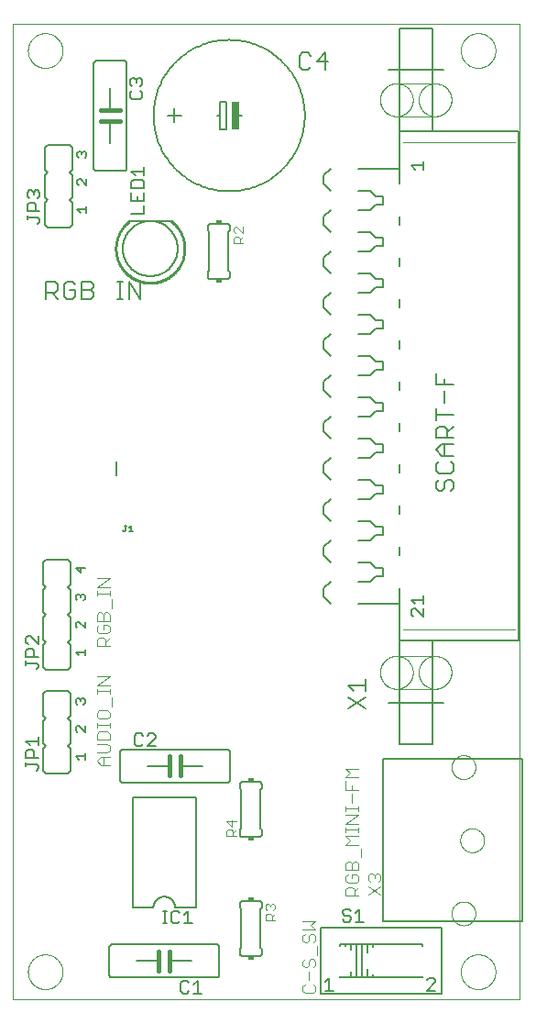
<source format=gto>
G75*
%MOIN*%
%OFA0B0*%
%FSLAX25Y25*%
%IPPOS*%
%LPD*%
%AMOC8*
5,1,8,0,0,1.08239X$1,22.5*
%
%ADD10C,0.00000*%
%ADD11C,0.00600*%
%ADD12C,0.00400*%
%ADD13C,0.00500*%
%ADD14C,0.00800*%
%ADD15C,0.01000*%
%ADD16R,0.02000X0.01500*%
%ADD17C,0.00200*%
%ADD18C,0.00009*%
%ADD19C,0.00700*%
%ADD20C,0.01600*%
%ADD21R,0.02500X0.10000*%
D10*
X0001984Y0001000D02*
X0001984Y0355331D01*
X0186472Y0355331D01*
X0186472Y0001000D01*
X0001984Y0001000D01*
X0007496Y0011118D02*
X0007498Y0011276D01*
X0007504Y0011434D01*
X0007514Y0011592D01*
X0007528Y0011750D01*
X0007546Y0011907D01*
X0007567Y0012064D01*
X0007593Y0012220D01*
X0007623Y0012376D01*
X0007656Y0012531D01*
X0007694Y0012684D01*
X0007735Y0012837D01*
X0007780Y0012989D01*
X0007829Y0013140D01*
X0007882Y0013289D01*
X0007938Y0013437D01*
X0007998Y0013583D01*
X0008062Y0013728D01*
X0008130Y0013871D01*
X0008201Y0014013D01*
X0008275Y0014153D01*
X0008353Y0014290D01*
X0008435Y0014426D01*
X0008519Y0014560D01*
X0008608Y0014691D01*
X0008699Y0014820D01*
X0008794Y0014947D01*
X0008891Y0015072D01*
X0008992Y0015194D01*
X0009096Y0015313D01*
X0009203Y0015430D01*
X0009313Y0015544D01*
X0009426Y0015655D01*
X0009541Y0015764D01*
X0009659Y0015869D01*
X0009780Y0015971D01*
X0009903Y0016071D01*
X0010029Y0016167D01*
X0010157Y0016260D01*
X0010287Y0016350D01*
X0010420Y0016436D01*
X0010555Y0016520D01*
X0010691Y0016599D01*
X0010830Y0016676D01*
X0010971Y0016748D01*
X0011113Y0016818D01*
X0011257Y0016883D01*
X0011403Y0016945D01*
X0011550Y0017003D01*
X0011699Y0017058D01*
X0011849Y0017109D01*
X0012000Y0017156D01*
X0012152Y0017199D01*
X0012305Y0017238D01*
X0012460Y0017274D01*
X0012615Y0017305D01*
X0012771Y0017333D01*
X0012927Y0017357D01*
X0013084Y0017377D01*
X0013242Y0017393D01*
X0013399Y0017405D01*
X0013558Y0017413D01*
X0013716Y0017417D01*
X0013874Y0017417D01*
X0014032Y0017413D01*
X0014191Y0017405D01*
X0014348Y0017393D01*
X0014506Y0017377D01*
X0014663Y0017357D01*
X0014819Y0017333D01*
X0014975Y0017305D01*
X0015130Y0017274D01*
X0015285Y0017238D01*
X0015438Y0017199D01*
X0015590Y0017156D01*
X0015741Y0017109D01*
X0015891Y0017058D01*
X0016040Y0017003D01*
X0016187Y0016945D01*
X0016333Y0016883D01*
X0016477Y0016818D01*
X0016619Y0016748D01*
X0016760Y0016676D01*
X0016899Y0016599D01*
X0017035Y0016520D01*
X0017170Y0016436D01*
X0017303Y0016350D01*
X0017433Y0016260D01*
X0017561Y0016167D01*
X0017687Y0016071D01*
X0017810Y0015971D01*
X0017931Y0015869D01*
X0018049Y0015764D01*
X0018164Y0015655D01*
X0018277Y0015544D01*
X0018387Y0015430D01*
X0018494Y0015313D01*
X0018598Y0015194D01*
X0018699Y0015072D01*
X0018796Y0014947D01*
X0018891Y0014820D01*
X0018982Y0014691D01*
X0019071Y0014560D01*
X0019155Y0014426D01*
X0019237Y0014290D01*
X0019315Y0014153D01*
X0019389Y0014013D01*
X0019460Y0013871D01*
X0019528Y0013728D01*
X0019592Y0013583D01*
X0019652Y0013437D01*
X0019708Y0013289D01*
X0019761Y0013140D01*
X0019810Y0012989D01*
X0019855Y0012837D01*
X0019896Y0012684D01*
X0019934Y0012531D01*
X0019967Y0012376D01*
X0019997Y0012220D01*
X0020023Y0012064D01*
X0020044Y0011907D01*
X0020062Y0011750D01*
X0020076Y0011592D01*
X0020086Y0011434D01*
X0020092Y0011276D01*
X0020094Y0011118D01*
X0020092Y0010960D01*
X0020086Y0010802D01*
X0020076Y0010644D01*
X0020062Y0010486D01*
X0020044Y0010329D01*
X0020023Y0010172D01*
X0019997Y0010016D01*
X0019967Y0009860D01*
X0019934Y0009705D01*
X0019896Y0009552D01*
X0019855Y0009399D01*
X0019810Y0009247D01*
X0019761Y0009096D01*
X0019708Y0008947D01*
X0019652Y0008799D01*
X0019592Y0008653D01*
X0019528Y0008508D01*
X0019460Y0008365D01*
X0019389Y0008223D01*
X0019315Y0008083D01*
X0019237Y0007946D01*
X0019155Y0007810D01*
X0019071Y0007676D01*
X0018982Y0007545D01*
X0018891Y0007416D01*
X0018796Y0007289D01*
X0018699Y0007164D01*
X0018598Y0007042D01*
X0018494Y0006923D01*
X0018387Y0006806D01*
X0018277Y0006692D01*
X0018164Y0006581D01*
X0018049Y0006472D01*
X0017931Y0006367D01*
X0017810Y0006265D01*
X0017687Y0006165D01*
X0017561Y0006069D01*
X0017433Y0005976D01*
X0017303Y0005886D01*
X0017170Y0005800D01*
X0017035Y0005716D01*
X0016899Y0005637D01*
X0016760Y0005560D01*
X0016619Y0005488D01*
X0016477Y0005418D01*
X0016333Y0005353D01*
X0016187Y0005291D01*
X0016040Y0005233D01*
X0015891Y0005178D01*
X0015741Y0005127D01*
X0015590Y0005080D01*
X0015438Y0005037D01*
X0015285Y0004998D01*
X0015130Y0004962D01*
X0014975Y0004931D01*
X0014819Y0004903D01*
X0014663Y0004879D01*
X0014506Y0004859D01*
X0014348Y0004843D01*
X0014191Y0004831D01*
X0014032Y0004823D01*
X0013874Y0004819D01*
X0013716Y0004819D01*
X0013558Y0004823D01*
X0013399Y0004831D01*
X0013242Y0004843D01*
X0013084Y0004859D01*
X0012927Y0004879D01*
X0012771Y0004903D01*
X0012615Y0004931D01*
X0012460Y0004962D01*
X0012305Y0004998D01*
X0012152Y0005037D01*
X0012000Y0005080D01*
X0011849Y0005127D01*
X0011699Y0005178D01*
X0011550Y0005233D01*
X0011403Y0005291D01*
X0011257Y0005353D01*
X0011113Y0005418D01*
X0010971Y0005488D01*
X0010830Y0005560D01*
X0010691Y0005637D01*
X0010555Y0005716D01*
X0010420Y0005800D01*
X0010287Y0005886D01*
X0010157Y0005976D01*
X0010029Y0006069D01*
X0009903Y0006165D01*
X0009780Y0006265D01*
X0009659Y0006367D01*
X0009541Y0006472D01*
X0009426Y0006581D01*
X0009313Y0006692D01*
X0009203Y0006806D01*
X0009096Y0006923D01*
X0008992Y0007042D01*
X0008891Y0007164D01*
X0008794Y0007289D01*
X0008699Y0007416D01*
X0008608Y0007545D01*
X0008519Y0007676D01*
X0008435Y0007810D01*
X0008353Y0007946D01*
X0008275Y0008083D01*
X0008201Y0008223D01*
X0008130Y0008365D01*
X0008062Y0008508D01*
X0007998Y0008653D01*
X0007938Y0008799D01*
X0007882Y0008947D01*
X0007829Y0009096D01*
X0007780Y0009247D01*
X0007735Y0009399D01*
X0007694Y0009552D01*
X0007656Y0009705D01*
X0007623Y0009860D01*
X0007593Y0010016D01*
X0007567Y0010172D01*
X0007546Y0010329D01*
X0007528Y0010486D01*
X0007514Y0010644D01*
X0007504Y0010802D01*
X0007498Y0010960D01*
X0007496Y0011118D01*
X0135664Y0119874D02*
X0135666Y0120028D01*
X0135672Y0120182D01*
X0135682Y0120335D01*
X0135696Y0120488D01*
X0135714Y0120641D01*
X0135735Y0120793D01*
X0135761Y0120945D01*
X0135791Y0121096D01*
X0135824Y0121246D01*
X0135862Y0121395D01*
X0135903Y0121544D01*
X0135948Y0121691D01*
X0135997Y0121837D01*
X0136050Y0121981D01*
X0136106Y0122124D01*
X0136166Y0122266D01*
X0136230Y0122406D01*
X0136297Y0122544D01*
X0136368Y0122681D01*
X0136442Y0122816D01*
X0136520Y0122948D01*
X0136601Y0123079D01*
X0136686Y0123208D01*
X0136773Y0123334D01*
X0136864Y0123458D01*
X0136959Y0123579D01*
X0137056Y0123699D01*
X0137156Y0123815D01*
X0137260Y0123929D01*
X0137366Y0124040D01*
X0137475Y0124149D01*
X0137587Y0124254D01*
X0137702Y0124357D01*
X0137819Y0124457D01*
X0137939Y0124553D01*
X0138061Y0124647D01*
X0138185Y0124737D01*
X0138312Y0124824D01*
X0138441Y0124908D01*
X0138573Y0124988D01*
X0138706Y0125065D01*
X0138841Y0125138D01*
X0138978Y0125208D01*
X0139117Y0125275D01*
X0139257Y0125337D01*
X0139399Y0125396D01*
X0139543Y0125452D01*
X0139688Y0125504D01*
X0139834Y0125551D01*
X0139981Y0125596D01*
X0140130Y0125636D01*
X0140279Y0125672D01*
X0140430Y0125705D01*
X0140581Y0125734D01*
X0140733Y0125758D01*
X0140885Y0125779D01*
X0141038Y0125796D01*
X0141191Y0125809D01*
X0141345Y0125818D01*
X0141499Y0125823D01*
X0141652Y0125824D01*
X0141806Y0125821D01*
X0141960Y0125814D01*
X0142113Y0125803D01*
X0142267Y0125788D01*
X0142419Y0125769D01*
X0142571Y0125746D01*
X0142723Y0125720D01*
X0142874Y0125689D01*
X0143024Y0125655D01*
X0143173Y0125616D01*
X0143320Y0125574D01*
X0143467Y0125528D01*
X0143613Y0125478D01*
X0143757Y0125425D01*
X0143900Y0125367D01*
X0144041Y0125306D01*
X0144181Y0125242D01*
X0144319Y0125174D01*
X0144455Y0125102D01*
X0144589Y0125027D01*
X0144721Y0124948D01*
X0144851Y0124866D01*
X0144979Y0124781D01*
X0145105Y0124692D01*
X0145228Y0124600D01*
X0145349Y0124505D01*
X0145468Y0124407D01*
X0145584Y0124306D01*
X0145697Y0124202D01*
X0145808Y0124095D01*
X0145915Y0123985D01*
X0146020Y0123872D01*
X0146122Y0123757D01*
X0146221Y0123639D01*
X0146317Y0123519D01*
X0146410Y0123396D01*
X0146499Y0123271D01*
X0146585Y0123144D01*
X0146668Y0123014D01*
X0146748Y0122882D01*
X0146824Y0122749D01*
X0146896Y0122613D01*
X0146965Y0122475D01*
X0147031Y0122336D01*
X0147093Y0122195D01*
X0147151Y0122053D01*
X0147205Y0121909D01*
X0147256Y0121764D01*
X0147303Y0121617D01*
X0147346Y0121470D01*
X0147385Y0121321D01*
X0147421Y0121171D01*
X0147452Y0121021D01*
X0147480Y0120869D01*
X0147504Y0120717D01*
X0147524Y0120565D01*
X0147540Y0120412D01*
X0147552Y0120258D01*
X0147560Y0120105D01*
X0147564Y0119951D01*
X0147564Y0119797D01*
X0147560Y0119643D01*
X0147552Y0119490D01*
X0147540Y0119336D01*
X0147524Y0119183D01*
X0147504Y0119031D01*
X0147480Y0118879D01*
X0147452Y0118727D01*
X0147421Y0118577D01*
X0147385Y0118427D01*
X0147346Y0118278D01*
X0147303Y0118131D01*
X0147256Y0117984D01*
X0147205Y0117839D01*
X0147151Y0117695D01*
X0147093Y0117553D01*
X0147031Y0117412D01*
X0146965Y0117273D01*
X0146896Y0117135D01*
X0146824Y0116999D01*
X0146748Y0116866D01*
X0146668Y0116734D01*
X0146585Y0116604D01*
X0146499Y0116477D01*
X0146410Y0116352D01*
X0146317Y0116229D01*
X0146221Y0116109D01*
X0146122Y0115991D01*
X0146020Y0115876D01*
X0145915Y0115763D01*
X0145808Y0115653D01*
X0145697Y0115546D01*
X0145584Y0115442D01*
X0145468Y0115341D01*
X0145349Y0115243D01*
X0145228Y0115148D01*
X0145105Y0115056D01*
X0144979Y0114967D01*
X0144851Y0114882D01*
X0144721Y0114800D01*
X0144589Y0114721D01*
X0144455Y0114646D01*
X0144319Y0114574D01*
X0144181Y0114506D01*
X0144041Y0114442D01*
X0143900Y0114381D01*
X0143757Y0114323D01*
X0143613Y0114270D01*
X0143467Y0114220D01*
X0143320Y0114174D01*
X0143173Y0114132D01*
X0143024Y0114093D01*
X0142874Y0114059D01*
X0142723Y0114028D01*
X0142571Y0114002D01*
X0142419Y0113979D01*
X0142267Y0113960D01*
X0142113Y0113945D01*
X0141960Y0113934D01*
X0141806Y0113927D01*
X0141652Y0113924D01*
X0141499Y0113925D01*
X0141345Y0113930D01*
X0141191Y0113939D01*
X0141038Y0113952D01*
X0140885Y0113969D01*
X0140733Y0113990D01*
X0140581Y0114014D01*
X0140430Y0114043D01*
X0140279Y0114076D01*
X0140130Y0114112D01*
X0139981Y0114152D01*
X0139834Y0114197D01*
X0139688Y0114244D01*
X0139543Y0114296D01*
X0139399Y0114352D01*
X0139257Y0114411D01*
X0139117Y0114473D01*
X0138978Y0114540D01*
X0138841Y0114610D01*
X0138706Y0114683D01*
X0138573Y0114760D01*
X0138441Y0114840D01*
X0138312Y0114924D01*
X0138185Y0115011D01*
X0138061Y0115101D01*
X0137939Y0115195D01*
X0137819Y0115291D01*
X0137702Y0115391D01*
X0137587Y0115494D01*
X0137475Y0115599D01*
X0137366Y0115708D01*
X0137260Y0115819D01*
X0137156Y0115933D01*
X0137056Y0116049D01*
X0136959Y0116169D01*
X0136864Y0116290D01*
X0136773Y0116414D01*
X0136686Y0116540D01*
X0136601Y0116669D01*
X0136520Y0116800D01*
X0136442Y0116932D01*
X0136368Y0117067D01*
X0136297Y0117204D01*
X0136230Y0117342D01*
X0136166Y0117482D01*
X0136106Y0117624D01*
X0136050Y0117767D01*
X0135997Y0117911D01*
X0135948Y0118057D01*
X0135903Y0118204D01*
X0135862Y0118353D01*
X0135824Y0118502D01*
X0135791Y0118652D01*
X0135761Y0118803D01*
X0135735Y0118955D01*
X0135714Y0119107D01*
X0135696Y0119260D01*
X0135682Y0119413D01*
X0135672Y0119566D01*
X0135666Y0119720D01*
X0135664Y0119874D01*
X0141614Y0125874D02*
X0141461Y0125872D01*
X0141308Y0125866D01*
X0141155Y0125856D01*
X0141002Y0125843D01*
X0140850Y0125825D01*
X0140698Y0125804D01*
X0140547Y0125778D01*
X0140397Y0125749D01*
X0140247Y0125716D01*
X0140098Y0125679D01*
X0139950Y0125639D01*
X0139804Y0125594D01*
X0139658Y0125546D01*
X0139514Y0125494D01*
X0139371Y0125439D01*
X0139230Y0125380D01*
X0139090Y0125317D01*
X0138952Y0125251D01*
X0138815Y0125181D01*
X0138681Y0125108D01*
X0138548Y0125031D01*
X0138417Y0124951D01*
X0138289Y0124868D01*
X0138162Y0124782D01*
X0138038Y0124692D01*
X0137916Y0124599D01*
X0137797Y0124503D01*
X0137680Y0124404D01*
X0137565Y0124302D01*
X0137453Y0124197D01*
X0137344Y0124089D01*
X0137238Y0123979D01*
X0137135Y0123866D01*
X0137034Y0123750D01*
X0136937Y0123632D01*
X0136842Y0123511D01*
X0136751Y0123388D01*
X0136663Y0123263D01*
X0136578Y0123135D01*
X0136496Y0123006D01*
X0136418Y0122874D01*
X0136343Y0122740D01*
X0136271Y0122605D01*
X0136203Y0122467D01*
X0136139Y0122328D01*
X0136078Y0122188D01*
X0136021Y0122046D01*
X0135967Y0121902D01*
X0135917Y0121757D01*
X0135871Y0121611D01*
X0135828Y0121464D01*
X0135790Y0121316D01*
X0135755Y0121166D01*
X0135724Y0121016D01*
X0135696Y0120866D01*
X0135673Y0120714D01*
X0135654Y0120562D01*
X0135638Y0120410D01*
X0135626Y0120257D01*
X0135618Y0120104D01*
X0135614Y0119951D01*
X0135614Y0119797D01*
X0135618Y0119644D01*
X0135626Y0119491D01*
X0135638Y0119338D01*
X0135654Y0119186D01*
X0135673Y0119034D01*
X0135696Y0118882D01*
X0135724Y0118732D01*
X0135755Y0118582D01*
X0135790Y0118432D01*
X0135828Y0118284D01*
X0135871Y0118137D01*
X0135917Y0117991D01*
X0135967Y0117846D01*
X0136021Y0117702D01*
X0136078Y0117560D01*
X0136139Y0117420D01*
X0136203Y0117281D01*
X0136271Y0117143D01*
X0136343Y0117008D01*
X0136418Y0116874D01*
X0136496Y0116742D01*
X0136578Y0116613D01*
X0136663Y0116485D01*
X0136751Y0116360D01*
X0136842Y0116237D01*
X0136937Y0116116D01*
X0137034Y0115998D01*
X0137135Y0115882D01*
X0137238Y0115769D01*
X0137344Y0115659D01*
X0137453Y0115551D01*
X0137565Y0115446D01*
X0137680Y0115344D01*
X0137797Y0115245D01*
X0137916Y0115149D01*
X0138038Y0115056D01*
X0138162Y0114966D01*
X0138289Y0114880D01*
X0138417Y0114797D01*
X0138548Y0114717D01*
X0138681Y0114640D01*
X0138815Y0114567D01*
X0138952Y0114497D01*
X0139090Y0114431D01*
X0139230Y0114368D01*
X0139371Y0114309D01*
X0139514Y0114254D01*
X0139658Y0114202D01*
X0139804Y0114154D01*
X0139950Y0114109D01*
X0140098Y0114069D01*
X0140247Y0114032D01*
X0140397Y0113999D01*
X0140547Y0113970D01*
X0140698Y0113944D01*
X0140850Y0113923D01*
X0141002Y0113905D01*
X0141155Y0113892D01*
X0141308Y0113882D01*
X0141461Y0113876D01*
X0141614Y0113874D01*
X0149664Y0119874D02*
X0149666Y0120028D01*
X0149672Y0120182D01*
X0149682Y0120335D01*
X0149696Y0120488D01*
X0149714Y0120641D01*
X0149735Y0120793D01*
X0149761Y0120945D01*
X0149791Y0121096D01*
X0149824Y0121246D01*
X0149862Y0121395D01*
X0149903Y0121544D01*
X0149948Y0121691D01*
X0149997Y0121837D01*
X0150050Y0121981D01*
X0150106Y0122124D01*
X0150166Y0122266D01*
X0150230Y0122406D01*
X0150297Y0122544D01*
X0150368Y0122681D01*
X0150442Y0122816D01*
X0150520Y0122948D01*
X0150601Y0123079D01*
X0150686Y0123208D01*
X0150773Y0123334D01*
X0150864Y0123458D01*
X0150959Y0123579D01*
X0151056Y0123699D01*
X0151156Y0123815D01*
X0151260Y0123929D01*
X0151366Y0124040D01*
X0151475Y0124149D01*
X0151587Y0124254D01*
X0151702Y0124357D01*
X0151819Y0124457D01*
X0151939Y0124553D01*
X0152061Y0124647D01*
X0152185Y0124737D01*
X0152312Y0124824D01*
X0152441Y0124908D01*
X0152573Y0124988D01*
X0152706Y0125065D01*
X0152841Y0125138D01*
X0152978Y0125208D01*
X0153117Y0125275D01*
X0153257Y0125337D01*
X0153399Y0125396D01*
X0153543Y0125452D01*
X0153688Y0125504D01*
X0153834Y0125551D01*
X0153981Y0125596D01*
X0154130Y0125636D01*
X0154279Y0125672D01*
X0154430Y0125705D01*
X0154581Y0125734D01*
X0154733Y0125758D01*
X0154885Y0125779D01*
X0155038Y0125796D01*
X0155191Y0125809D01*
X0155345Y0125818D01*
X0155499Y0125823D01*
X0155652Y0125824D01*
X0155806Y0125821D01*
X0155960Y0125814D01*
X0156113Y0125803D01*
X0156267Y0125788D01*
X0156419Y0125769D01*
X0156571Y0125746D01*
X0156723Y0125720D01*
X0156874Y0125689D01*
X0157024Y0125655D01*
X0157173Y0125616D01*
X0157320Y0125574D01*
X0157467Y0125528D01*
X0157613Y0125478D01*
X0157757Y0125425D01*
X0157900Y0125367D01*
X0158041Y0125306D01*
X0158181Y0125242D01*
X0158319Y0125174D01*
X0158455Y0125102D01*
X0158589Y0125027D01*
X0158721Y0124948D01*
X0158851Y0124866D01*
X0158979Y0124781D01*
X0159105Y0124692D01*
X0159228Y0124600D01*
X0159349Y0124505D01*
X0159468Y0124407D01*
X0159584Y0124306D01*
X0159697Y0124202D01*
X0159808Y0124095D01*
X0159915Y0123985D01*
X0160020Y0123872D01*
X0160122Y0123757D01*
X0160221Y0123639D01*
X0160317Y0123519D01*
X0160410Y0123396D01*
X0160499Y0123271D01*
X0160585Y0123144D01*
X0160668Y0123014D01*
X0160748Y0122882D01*
X0160824Y0122749D01*
X0160896Y0122613D01*
X0160965Y0122475D01*
X0161031Y0122336D01*
X0161093Y0122195D01*
X0161151Y0122053D01*
X0161205Y0121909D01*
X0161256Y0121764D01*
X0161303Y0121617D01*
X0161346Y0121470D01*
X0161385Y0121321D01*
X0161421Y0121171D01*
X0161452Y0121021D01*
X0161480Y0120869D01*
X0161504Y0120717D01*
X0161524Y0120565D01*
X0161540Y0120412D01*
X0161552Y0120258D01*
X0161560Y0120105D01*
X0161564Y0119951D01*
X0161564Y0119797D01*
X0161560Y0119643D01*
X0161552Y0119490D01*
X0161540Y0119336D01*
X0161524Y0119183D01*
X0161504Y0119031D01*
X0161480Y0118879D01*
X0161452Y0118727D01*
X0161421Y0118577D01*
X0161385Y0118427D01*
X0161346Y0118278D01*
X0161303Y0118131D01*
X0161256Y0117984D01*
X0161205Y0117839D01*
X0161151Y0117695D01*
X0161093Y0117553D01*
X0161031Y0117412D01*
X0160965Y0117273D01*
X0160896Y0117135D01*
X0160824Y0116999D01*
X0160748Y0116866D01*
X0160668Y0116734D01*
X0160585Y0116604D01*
X0160499Y0116477D01*
X0160410Y0116352D01*
X0160317Y0116229D01*
X0160221Y0116109D01*
X0160122Y0115991D01*
X0160020Y0115876D01*
X0159915Y0115763D01*
X0159808Y0115653D01*
X0159697Y0115546D01*
X0159584Y0115442D01*
X0159468Y0115341D01*
X0159349Y0115243D01*
X0159228Y0115148D01*
X0159105Y0115056D01*
X0158979Y0114967D01*
X0158851Y0114882D01*
X0158721Y0114800D01*
X0158589Y0114721D01*
X0158455Y0114646D01*
X0158319Y0114574D01*
X0158181Y0114506D01*
X0158041Y0114442D01*
X0157900Y0114381D01*
X0157757Y0114323D01*
X0157613Y0114270D01*
X0157467Y0114220D01*
X0157320Y0114174D01*
X0157173Y0114132D01*
X0157024Y0114093D01*
X0156874Y0114059D01*
X0156723Y0114028D01*
X0156571Y0114002D01*
X0156419Y0113979D01*
X0156267Y0113960D01*
X0156113Y0113945D01*
X0155960Y0113934D01*
X0155806Y0113927D01*
X0155652Y0113924D01*
X0155499Y0113925D01*
X0155345Y0113930D01*
X0155191Y0113939D01*
X0155038Y0113952D01*
X0154885Y0113969D01*
X0154733Y0113990D01*
X0154581Y0114014D01*
X0154430Y0114043D01*
X0154279Y0114076D01*
X0154130Y0114112D01*
X0153981Y0114152D01*
X0153834Y0114197D01*
X0153688Y0114244D01*
X0153543Y0114296D01*
X0153399Y0114352D01*
X0153257Y0114411D01*
X0153117Y0114473D01*
X0152978Y0114540D01*
X0152841Y0114610D01*
X0152706Y0114683D01*
X0152573Y0114760D01*
X0152441Y0114840D01*
X0152312Y0114924D01*
X0152185Y0115011D01*
X0152061Y0115101D01*
X0151939Y0115195D01*
X0151819Y0115291D01*
X0151702Y0115391D01*
X0151587Y0115494D01*
X0151475Y0115599D01*
X0151366Y0115708D01*
X0151260Y0115819D01*
X0151156Y0115933D01*
X0151056Y0116049D01*
X0150959Y0116169D01*
X0150864Y0116290D01*
X0150773Y0116414D01*
X0150686Y0116540D01*
X0150601Y0116669D01*
X0150520Y0116800D01*
X0150442Y0116932D01*
X0150368Y0117067D01*
X0150297Y0117204D01*
X0150230Y0117342D01*
X0150166Y0117482D01*
X0150106Y0117624D01*
X0150050Y0117767D01*
X0149997Y0117911D01*
X0149948Y0118057D01*
X0149903Y0118204D01*
X0149862Y0118353D01*
X0149824Y0118502D01*
X0149791Y0118652D01*
X0149761Y0118803D01*
X0149735Y0118955D01*
X0149714Y0119107D01*
X0149696Y0119260D01*
X0149682Y0119413D01*
X0149672Y0119566D01*
X0149666Y0119720D01*
X0149664Y0119874D01*
X0155614Y0113874D02*
X0155767Y0113876D01*
X0155920Y0113882D01*
X0156073Y0113892D01*
X0156226Y0113905D01*
X0156378Y0113923D01*
X0156530Y0113944D01*
X0156681Y0113970D01*
X0156831Y0113999D01*
X0156981Y0114032D01*
X0157130Y0114069D01*
X0157278Y0114109D01*
X0157424Y0114154D01*
X0157570Y0114202D01*
X0157714Y0114254D01*
X0157857Y0114309D01*
X0157998Y0114368D01*
X0158138Y0114431D01*
X0158276Y0114497D01*
X0158413Y0114567D01*
X0158547Y0114640D01*
X0158680Y0114717D01*
X0158811Y0114797D01*
X0158939Y0114880D01*
X0159066Y0114966D01*
X0159190Y0115056D01*
X0159312Y0115149D01*
X0159431Y0115245D01*
X0159548Y0115344D01*
X0159663Y0115446D01*
X0159775Y0115551D01*
X0159884Y0115659D01*
X0159990Y0115769D01*
X0160093Y0115882D01*
X0160194Y0115998D01*
X0160291Y0116116D01*
X0160386Y0116237D01*
X0160477Y0116360D01*
X0160565Y0116485D01*
X0160650Y0116613D01*
X0160732Y0116742D01*
X0160810Y0116874D01*
X0160885Y0117008D01*
X0160957Y0117143D01*
X0161025Y0117281D01*
X0161089Y0117420D01*
X0161150Y0117560D01*
X0161207Y0117702D01*
X0161261Y0117846D01*
X0161311Y0117991D01*
X0161357Y0118137D01*
X0161400Y0118284D01*
X0161438Y0118432D01*
X0161473Y0118582D01*
X0161504Y0118732D01*
X0161532Y0118882D01*
X0161555Y0119034D01*
X0161574Y0119186D01*
X0161590Y0119338D01*
X0161602Y0119491D01*
X0161610Y0119644D01*
X0161614Y0119797D01*
X0161614Y0119951D01*
X0161610Y0120104D01*
X0161602Y0120257D01*
X0161590Y0120410D01*
X0161574Y0120562D01*
X0161555Y0120714D01*
X0161532Y0120866D01*
X0161504Y0121016D01*
X0161473Y0121166D01*
X0161438Y0121316D01*
X0161400Y0121464D01*
X0161357Y0121611D01*
X0161311Y0121757D01*
X0161261Y0121902D01*
X0161207Y0122046D01*
X0161150Y0122188D01*
X0161089Y0122328D01*
X0161025Y0122467D01*
X0160957Y0122605D01*
X0160885Y0122740D01*
X0160810Y0122874D01*
X0160732Y0123006D01*
X0160650Y0123135D01*
X0160565Y0123263D01*
X0160477Y0123388D01*
X0160386Y0123511D01*
X0160291Y0123632D01*
X0160194Y0123750D01*
X0160093Y0123866D01*
X0159990Y0123979D01*
X0159884Y0124089D01*
X0159775Y0124197D01*
X0159663Y0124302D01*
X0159548Y0124404D01*
X0159431Y0124503D01*
X0159312Y0124599D01*
X0159190Y0124692D01*
X0159066Y0124782D01*
X0158939Y0124868D01*
X0158811Y0124951D01*
X0158680Y0125031D01*
X0158547Y0125108D01*
X0158413Y0125181D01*
X0158276Y0125251D01*
X0158138Y0125317D01*
X0157998Y0125380D01*
X0157857Y0125439D01*
X0157714Y0125494D01*
X0157570Y0125546D01*
X0157424Y0125594D01*
X0157278Y0125639D01*
X0157130Y0125679D01*
X0156981Y0125716D01*
X0156831Y0125749D01*
X0156681Y0125778D01*
X0156530Y0125804D01*
X0156378Y0125825D01*
X0156226Y0125843D01*
X0156073Y0125856D01*
X0155920Y0125866D01*
X0155767Y0125872D01*
X0155614Y0125874D01*
X0161630Y0085449D02*
X0161632Y0085580D01*
X0161638Y0085712D01*
X0161648Y0085843D01*
X0161662Y0085974D01*
X0161680Y0086104D01*
X0161702Y0086233D01*
X0161727Y0086362D01*
X0161757Y0086490D01*
X0161791Y0086617D01*
X0161828Y0086744D01*
X0161869Y0086868D01*
X0161914Y0086992D01*
X0161963Y0087114D01*
X0162015Y0087235D01*
X0162071Y0087353D01*
X0162131Y0087471D01*
X0162194Y0087586D01*
X0162261Y0087699D01*
X0162331Y0087811D01*
X0162404Y0087920D01*
X0162480Y0088026D01*
X0162560Y0088131D01*
X0162643Y0088233D01*
X0162729Y0088332D01*
X0162818Y0088429D01*
X0162910Y0088523D01*
X0163005Y0088614D01*
X0163102Y0088703D01*
X0163202Y0088788D01*
X0163305Y0088870D01*
X0163410Y0088949D01*
X0163517Y0089025D01*
X0163627Y0089097D01*
X0163739Y0089166D01*
X0163853Y0089232D01*
X0163968Y0089294D01*
X0164086Y0089353D01*
X0164205Y0089408D01*
X0164326Y0089460D01*
X0164449Y0089507D01*
X0164573Y0089551D01*
X0164698Y0089592D01*
X0164824Y0089628D01*
X0164952Y0089661D01*
X0165080Y0089689D01*
X0165209Y0089714D01*
X0165339Y0089735D01*
X0165469Y0089752D01*
X0165600Y0089765D01*
X0165731Y0089774D01*
X0165862Y0089779D01*
X0165994Y0089780D01*
X0166125Y0089777D01*
X0166257Y0089770D01*
X0166388Y0089759D01*
X0166518Y0089744D01*
X0166648Y0089725D01*
X0166778Y0089702D01*
X0166906Y0089676D01*
X0167034Y0089645D01*
X0167161Y0089610D01*
X0167287Y0089572D01*
X0167411Y0089530D01*
X0167535Y0089484D01*
X0167656Y0089434D01*
X0167776Y0089381D01*
X0167895Y0089324D01*
X0168012Y0089264D01*
X0168126Y0089200D01*
X0168239Y0089132D01*
X0168350Y0089061D01*
X0168459Y0088987D01*
X0168565Y0088910D01*
X0168669Y0088829D01*
X0168770Y0088746D01*
X0168869Y0088659D01*
X0168965Y0088569D01*
X0169058Y0088476D01*
X0169149Y0088381D01*
X0169236Y0088283D01*
X0169321Y0088182D01*
X0169402Y0088079D01*
X0169480Y0087973D01*
X0169555Y0087865D01*
X0169627Y0087755D01*
X0169695Y0087643D01*
X0169760Y0087529D01*
X0169821Y0087412D01*
X0169879Y0087294D01*
X0169933Y0087174D01*
X0169984Y0087053D01*
X0170031Y0086930D01*
X0170074Y0086806D01*
X0170113Y0086681D01*
X0170149Y0086554D01*
X0170180Y0086426D01*
X0170208Y0086298D01*
X0170232Y0086169D01*
X0170252Y0086039D01*
X0170268Y0085908D01*
X0170280Y0085777D01*
X0170288Y0085646D01*
X0170292Y0085515D01*
X0170292Y0085383D01*
X0170288Y0085252D01*
X0170280Y0085121D01*
X0170268Y0084990D01*
X0170252Y0084859D01*
X0170232Y0084729D01*
X0170208Y0084600D01*
X0170180Y0084472D01*
X0170149Y0084344D01*
X0170113Y0084217D01*
X0170074Y0084092D01*
X0170031Y0083968D01*
X0169984Y0083845D01*
X0169933Y0083724D01*
X0169879Y0083604D01*
X0169821Y0083486D01*
X0169760Y0083369D01*
X0169695Y0083255D01*
X0169627Y0083143D01*
X0169555Y0083033D01*
X0169480Y0082925D01*
X0169402Y0082819D01*
X0169321Y0082716D01*
X0169236Y0082615D01*
X0169149Y0082517D01*
X0169058Y0082422D01*
X0168965Y0082329D01*
X0168869Y0082239D01*
X0168770Y0082152D01*
X0168669Y0082069D01*
X0168565Y0081988D01*
X0168459Y0081911D01*
X0168350Y0081837D01*
X0168239Y0081766D01*
X0168127Y0081698D01*
X0168012Y0081634D01*
X0167895Y0081574D01*
X0167776Y0081517D01*
X0167656Y0081464D01*
X0167535Y0081414D01*
X0167411Y0081368D01*
X0167287Y0081326D01*
X0167161Y0081288D01*
X0167034Y0081253D01*
X0166906Y0081222D01*
X0166778Y0081196D01*
X0166648Y0081173D01*
X0166518Y0081154D01*
X0166388Y0081139D01*
X0166257Y0081128D01*
X0166125Y0081121D01*
X0165994Y0081118D01*
X0165862Y0081119D01*
X0165731Y0081124D01*
X0165600Y0081133D01*
X0165469Y0081146D01*
X0165339Y0081163D01*
X0165209Y0081184D01*
X0165080Y0081209D01*
X0164952Y0081237D01*
X0164824Y0081270D01*
X0164698Y0081306D01*
X0164573Y0081347D01*
X0164449Y0081391D01*
X0164326Y0081438D01*
X0164205Y0081490D01*
X0164086Y0081545D01*
X0163968Y0081604D01*
X0163853Y0081666D01*
X0163739Y0081732D01*
X0163627Y0081801D01*
X0163517Y0081873D01*
X0163410Y0081949D01*
X0163305Y0082028D01*
X0163202Y0082110D01*
X0163102Y0082195D01*
X0163005Y0082284D01*
X0162910Y0082375D01*
X0162818Y0082469D01*
X0162729Y0082566D01*
X0162643Y0082665D01*
X0162560Y0082767D01*
X0162480Y0082872D01*
X0162404Y0082978D01*
X0162331Y0083087D01*
X0162261Y0083199D01*
X0162194Y0083312D01*
X0162131Y0083427D01*
X0162071Y0083545D01*
X0162015Y0083663D01*
X0161963Y0083784D01*
X0161914Y0083906D01*
X0161869Y0084030D01*
X0161828Y0084154D01*
X0161791Y0084281D01*
X0161757Y0084408D01*
X0161727Y0084536D01*
X0161702Y0084665D01*
X0161680Y0084794D01*
X0161662Y0084924D01*
X0161648Y0085055D01*
X0161638Y0085186D01*
X0161632Y0085318D01*
X0161630Y0085449D01*
X0164779Y0058874D02*
X0164781Y0059005D01*
X0164787Y0059137D01*
X0164797Y0059268D01*
X0164811Y0059399D01*
X0164829Y0059529D01*
X0164851Y0059658D01*
X0164876Y0059787D01*
X0164906Y0059915D01*
X0164940Y0060042D01*
X0164977Y0060169D01*
X0165018Y0060293D01*
X0165063Y0060417D01*
X0165112Y0060539D01*
X0165164Y0060660D01*
X0165220Y0060778D01*
X0165280Y0060896D01*
X0165343Y0061011D01*
X0165410Y0061124D01*
X0165480Y0061236D01*
X0165553Y0061345D01*
X0165629Y0061451D01*
X0165709Y0061556D01*
X0165792Y0061658D01*
X0165878Y0061757D01*
X0165967Y0061854D01*
X0166059Y0061948D01*
X0166154Y0062039D01*
X0166251Y0062128D01*
X0166351Y0062213D01*
X0166454Y0062295D01*
X0166559Y0062374D01*
X0166666Y0062450D01*
X0166776Y0062522D01*
X0166888Y0062591D01*
X0167002Y0062657D01*
X0167117Y0062719D01*
X0167235Y0062778D01*
X0167354Y0062833D01*
X0167475Y0062885D01*
X0167598Y0062932D01*
X0167722Y0062976D01*
X0167847Y0063017D01*
X0167973Y0063053D01*
X0168101Y0063086D01*
X0168229Y0063114D01*
X0168358Y0063139D01*
X0168488Y0063160D01*
X0168618Y0063177D01*
X0168749Y0063190D01*
X0168880Y0063199D01*
X0169011Y0063204D01*
X0169143Y0063205D01*
X0169274Y0063202D01*
X0169406Y0063195D01*
X0169537Y0063184D01*
X0169667Y0063169D01*
X0169797Y0063150D01*
X0169927Y0063127D01*
X0170055Y0063101D01*
X0170183Y0063070D01*
X0170310Y0063035D01*
X0170436Y0062997D01*
X0170560Y0062955D01*
X0170684Y0062909D01*
X0170805Y0062859D01*
X0170925Y0062806D01*
X0171044Y0062749D01*
X0171161Y0062689D01*
X0171275Y0062625D01*
X0171388Y0062557D01*
X0171499Y0062486D01*
X0171608Y0062412D01*
X0171714Y0062335D01*
X0171818Y0062254D01*
X0171919Y0062171D01*
X0172018Y0062084D01*
X0172114Y0061994D01*
X0172207Y0061901D01*
X0172298Y0061806D01*
X0172385Y0061708D01*
X0172470Y0061607D01*
X0172551Y0061504D01*
X0172629Y0061398D01*
X0172704Y0061290D01*
X0172776Y0061180D01*
X0172844Y0061068D01*
X0172909Y0060954D01*
X0172970Y0060837D01*
X0173028Y0060719D01*
X0173082Y0060599D01*
X0173133Y0060478D01*
X0173180Y0060355D01*
X0173223Y0060231D01*
X0173262Y0060106D01*
X0173298Y0059979D01*
X0173329Y0059851D01*
X0173357Y0059723D01*
X0173381Y0059594D01*
X0173401Y0059464D01*
X0173417Y0059333D01*
X0173429Y0059202D01*
X0173437Y0059071D01*
X0173441Y0058940D01*
X0173441Y0058808D01*
X0173437Y0058677D01*
X0173429Y0058546D01*
X0173417Y0058415D01*
X0173401Y0058284D01*
X0173381Y0058154D01*
X0173357Y0058025D01*
X0173329Y0057897D01*
X0173298Y0057769D01*
X0173262Y0057642D01*
X0173223Y0057517D01*
X0173180Y0057393D01*
X0173133Y0057270D01*
X0173082Y0057149D01*
X0173028Y0057029D01*
X0172970Y0056911D01*
X0172909Y0056794D01*
X0172844Y0056680D01*
X0172776Y0056568D01*
X0172704Y0056458D01*
X0172629Y0056350D01*
X0172551Y0056244D01*
X0172470Y0056141D01*
X0172385Y0056040D01*
X0172298Y0055942D01*
X0172207Y0055847D01*
X0172114Y0055754D01*
X0172018Y0055664D01*
X0171919Y0055577D01*
X0171818Y0055494D01*
X0171714Y0055413D01*
X0171608Y0055336D01*
X0171499Y0055262D01*
X0171388Y0055191D01*
X0171276Y0055123D01*
X0171161Y0055059D01*
X0171044Y0054999D01*
X0170925Y0054942D01*
X0170805Y0054889D01*
X0170684Y0054839D01*
X0170560Y0054793D01*
X0170436Y0054751D01*
X0170310Y0054713D01*
X0170183Y0054678D01*
X0170055Y0054647D01*
X0169927Y0054621D01*
X0169797Y0054598D01*
X0169667Y0054579D01*
X0169537Y0054564D01*
X0169406Y0054553D01*
X0169274Y0054546D01*
X0169143Y0054543D01*
X0169011Y0054544D01*
X0168880Y0054549D01*
X0168749Y0054558D01*
X0168618Y0054571D01*
X0168488Y0054588D01*
X0168358Y0054609D01*
X0168229Y0054634D01*
X0168101Y0054662D01*
X0167973Y0054695D01*
X0167847Y0054731D01*
X0167722Y0054772D01*
X0167598Y0054816D01*
X0167475Y0054863D01*
X0167354Y0054915D01*
X0167235Y0054970D01*
X0167117Y0055029D01*
X0167002Y0055091D01*
X0166888Y0055157D01*
X0166776Y0055226D01*
X0166666Y0055298D01*
X0166559Y0055374D01*
X0166454Y0055453D01*
X0166351Y0055535D01*
X0166251Y0055620D01*
X0166154Y0055709D01*
X0166059Y0055800D01*
X0165967Y0055894D01*
X0165878Y0055991D01*
X0165792Y0056090D01*
X0165709Y0056192D01*
X0165629Y0056297D01*
X0165553Y0056403D01*
X0165480Y0056512D01*
X0165410Y0056624D01*
X0165343Y0056737D01*
X0165280Y0056852D01*
X0165220Y0056970D01*
X0165164Y0057088D01*
X0165112Y0057209D01*
X0165063Y0057331D01*
X0165018Y0057455D01*
X0164977Y0057579D01*
X0164940Y0057706D01*
X0164906Y0057833D01*
X0164876Y0057961D01*
X0164851Y0058090D01*
X0164829Y0058219D01*
X0164811Y0058349D01*
X0164797Y0058480D01*
X0164787Y0058611D01*
X0164781Y0058743D01*
X0164779Y0058874D01*
X0161630Y0032299D02*
X0161632Y0032430D01*
X0161638Y0032562D01*
X0161648Y0032693D01*
X0161662Y0032824D01*
X0161680Y0032954D01*
X0161702Y0033083D01*
X0161727Y0033212D01*
X0161757Y0033340D01*
X0161791Y0033467D01*
X0161828Y0033594D01*
X0161869Y0033718D01*
X0161914Y0033842D01*
X0161963Y0033964D01*
X0162015Y0034085D01*
X0162071Y0034203D01*
X0162131Y0034321D01*
X0162194Y0034436D01*
X0162261Y0034549D01*
X0162331Y0034661D01*
X0162404Y0034770D01*
X0162480Y0034876D01*
X0162560Y0034981D01*
X0162643Y0035083D01*
X0162729Y0035182D01*
X0162818Y0035279D01*
X0162910Y0035373D01*
X0163005Y0035464D01*
X0163102Y0035553D01*
X0163202Y0035638D01*
X0163305Y0035720D01*
X0163410Y0035799D01*
X0163517Y0035875D01*
X0163627Y0035947D01*
X0163739Y0036016D01*
X0163853Y0036082D01*
X0163968Y0036144D01*
X0164086Y0036203D01*
X0164205Y0036258D01*
X0164326Y0036310D01*
X0164449Y0036357D01*
X0164573Y0036401D01*
X0164698Y0036442D01*
X0164824Y0036478D01*
X0164952Y0036511D01*
X0165080Y0036539D01*
X0165209Y0036564D01*
X0165339Y0036585D01*
X0165469Y0036602D01*
X0165600Y0036615D01*
X0165731Y0036624D01*
X0165862Y0036629D01*
X0165994Y0036630D01*
X0166125Y0036627D01*
X0166257Y0036620D01*
X0166388Y0036609D01*
X0166518Y0036594D01*
X0166648Y0036575D01*
X0166778Y0036552D01*
X0166906Y0036526D01*
X0167034Y0036495D01*
X0167161Y0036460D01*
X0167287Y0036422D01*
X0167411Y0036380D01*
X0167535Y0036334D01*
X0167656Y0036284D01*
X0167776Y0036231D01*
X0167895Y0036174D01*
X0168012Y0036114D01*
X0168126Y0036050D01*
X0168239Y0035982D01*
X0168350Y0035911D01*
X0168459Y0035837D01*
X0168565Y0035760D01*
X0168669Y0035679D01*
X0168770Y0035596D01*
X0168869Y0035509D01*
X0168965Y0035419D01*
X0169058Y0035326D01*
X0169149Y0035231D01*
X0169236Y0035133D01*
X0169321Y0035032D01*
X0169402Y0034929D01*
X0169480Y0034823D01*
X0169555Y0034715D01*
X0169627Y0034605D01*
X0169695Y0034493D01*
X0169760Y0034379D01*
X0169821Y0034262D01*
X0169879Y0034144D01*
X0169933Y0034024D01*
X0169984Y0033903D01*
X0170031Y0033780D01*
X0170074Y0033656D01*
X0170113Y0033531D01*
X0170149Y0033404D01*
X0170180Y0033276D01*
X0170208Y0033148D01*
X0170232Y0033019D01*
X0170252Y0032889D01*
X0170268Y0032758D01*
X0170280Y0032627D01*
X0170288Y0032496D01*
X0170292Y0032365D01*
X0170292Y0032233D01*
X0170288Y0032102D01*
X0170280Y0031971D01*
X0170268Y0031840D01*
X0170252Y0031709D01*
X0170232Y0031579D01*
X0170208Y0031450D01*
X0170180Y0031322D01*
X0170149Y0031194D01*
X0170113Y0031067D01*
X0170074Y0030942D01*
X0170031Y0030818D01*
X0169984Y0030695D01*
X0169933Y0030574D01*
X0169879Y0030454D01*
X0169821Y0030336D01*
X0169760Y0030219D01*
X0169695Y0030105D01*
X0169627Y0029993D01*
X0169555Y0029883D01*
X0169480Y0029775D01*
X0169402Y0029669D01*
X0169321Y0029566D01*
X0169236Y0029465D01*
X0169149Y0029367D01*
X0169058Y0029272D01*
X0168965Y0029179D01*
X0168869Y0029089D01*
X0168770Y0029002D01*
X0168669Y0028919D01*
X0168565Y0028838D01*
X0168459Y0028761D01*
X0168350Y0028687D01*
X0168239Y0028616D01*
X0168127Y0028548D01*
X0168012Y0028484D01*
X0167895Y0028424D01*
X0167776Y0028367D01*
X0167656Y0028314D01*
X0167535Y0028264D01*
X0167411Y0028218D01*
X0167287Y0028176D01*
X0167161Y0028138D01*
X0167034Y0028103D01*
X0166906Y0028072D01*
X0166778Y0028046D01*
X0166648Y0028023D01*
X0166518Y0028004D01*
X0166388Y0027989D01*
X0166257Y0027978D01*
X0166125Y0027971D01*
X0165994Y0027968D01*
X0165862Y0027969D01*
X0165731Y0027974D01*
X0165600Y0027983D01*
X0165469Y0027996D01*
X0165339Y0028013D01*
X0165209Y0028034D01*
X0165080Y0028059D01*
X0164952Y0028087D01*
X0164824Y0028120D01*
X0164698Y0028156D01*
X0164573Y0028197D01*
X0164449Y0028241D01*
X0164326Y0028288D01*
X0164205Y0028340D01*
X0164086Y0028395D01*
X0163968Y0028454D01*
X0163853Y0028516D01*
X0163739Y0028582D01*
X0163627Y0028651D01*
X0163517Y0028723D01*
X0163410Y0028799D01*
X0163305Y0028878D01*
X0163202Y0028960D01*
X0163102Y0029045D01*
X0163005Y0029134D01*
X0162910Y0029225D01*
X0162818Y0029319D01*
X0162729Y0029416D01*
X0162643Y0029515D01*
X0162560Y0029617D01*
X0162480Y0029722D01*
X0162404Y0029828D01*
X0162331Y0029937D01*
X0162261Y0030049D01*
X0162194Y0030162D01*
X0162131Y0030277D01*
X0162071Y0030395D01*
X0162015Y0030513D01*
X0161963Y0030634D01*
X0161914Y0030756D01*
X0161869Y0030880D01*
X0161828Y0031004D01*
X0161791Y0031131D01*
X0161757Y0031258D01*
X0161727Y0031386D01*
X0161702Y0031515D01*
X0161680Y0031644D01*
X0161662Y0031774D01*
X0161648Y0031905D01*
X0161638Y0032036D01*
X0161632Y0032168D01*
X0161630Y0032299D01*
X0164977Y0011118D02*
X0164979Y0011276D01*
X0164985Y0011434D01*
X0164995Y0011592D01*
X0165009Y0011750D01*
X0165027Y0011907D01*
X0165048Y0012064D01*
X0165074Y0012220D01*
X0165104Y0012376D01*
X0165137Y0012531D01*
X0165175Y0012684D01*
X0165216Y0012837D01*
X0165261Y0012989D01*
X0165310Y0013140D01*
X0165363Y0013289D01*
X0165419Y0013437D01*
X0165479Y0013583D01*
X0165543Y0013728D01*
X0165611Y0013871D01*
X0165682Y0014013D01*
X0165756Y0014153D01*
X0165834Y0014290D01*
X0165916Y0014426D01*
X0166000Y0014560D01*
X0166089Y0014691D01*
X0166180Y0014820D01*
X0166275Y0014947D01*
X0166372Y0015072D01*
X0166473Y0015194D01*
X0166577Y0015313D01*
X0166684Y0015430D01*
X0166794Y0015544D01*
X0166907Y0015655D01*
X0167022Y0015764D01*
X0167140Y0015869D01*
X0167261Y0015971D01*
X0167384Y0016071D01*
X0167510Y0016167D01*
X0167638Y0016260D01*
X0167768Y0016350D01*
X0167901Y0016436D01*
X0168036Y0016520D01*
X0168172Y0016599D01*
X0168311Y0016676D01*
X0168452Y0016748D01*
X0168594Y0016818D01*
X0168738Y0016883D01*
X0168884Y0016945D01*
X0169031Y0017003D01*
X0169180Y0017058D01*
X0169330Y0017109D01*
X0169481Y0017156D01*
X0169633Y0017199D01*
X0169786Y0017238D01*
X0169941Y0017274D01*
X0170096Y0017305D01*
X0170252Y0017333D01*
X0170408Y0017357D01*
X0170565Y0017377D01*
X0170723Y0017393D01*
X0170880Y0017405D01*
X0171039Y0017413D01*
X0171197Y0017417D01*
X0171355Y0017417D01*
X0171513Y0017413D01*
X0171672Y0017405D01*
X0171829Y0017393D01*
X0171987Y0017377D01*
X0172144Y0017357D01*
X0172300Y0017333D01*
X0172456Y0017305D01*
X0172611Y0017274D01*
X0172766Y0017238D01*
X0172919Y0017199D01*
X0173071Y0017156D01*
X0173222Y0017109D01*
X0173372Y0017058D01*
X0173521Y0017003D01*
X0173668Y0016945D01*
X0173814Y0016883D01*
X0173958Y0016818D01*
X0174100Y0016748D01*
X0174241Y0016676D01*
X0174380Y0016599D01*
X0174516Y0016520D01*
X0174651Y0016436D01*
X0174784Y0016350D01*
X0174914Y0016260D01*
X0175042Y0016167D01*
X0175168Y0016071D01*
X0175291Y0015971D01*
X0175412Y0015869D01*
X0175530Y0015764D01*
X0175645Y0015655D01*
X0175758Y0015544D01*
X0175868Y0015430D01*
X0175975Y0015313D01*
X0176079Y0015194D01*
X0176180Y0015072D01*
X0176277Y0014947D01*
X0176372Y0014820D01*
X0176463Y0014691D01*
X0176552Y0014560D01*
X0176636Y0014426D01*
X0176718Y0014290D01*
X0176796Y0014153D01*
X0176870Y0014013D01*
X0176941Y0013871D01*
X0177009Y0013728D01*
X0177073Y0013583D01*
X0177133Y0013437D01*
X0177189Y0013289D01*
X0177242Y0013140D01*
X0177291Y0012989D01*
X0177336Y0012837D01*
X0177377Y0012684D01*
X0177415Y0012531D01*
X0177448Y0012376D01*
X0177478Y0012220D01*
X0177504Y0012064D01*
X0177525Y0011907D01*
X0177543Y0011750D01*
X0177557Y0011592D01*
X0177567Y0011434D01*
X0177573Y0011276D01*
X0177575Y0011118D01*
X0177573Y0010960D01*
X0177567Y0010802D01*
X0177557Y0010644D01*
X0177543Y0010486D01*
X0177525Y0010329D01*
X0177504Y0010172D01*
X0177478Y0010016D01*
X0177448Y0009860D01*
X0177415Y0009705D01*
X0177377Y0009552D01*
X0177336Y0009399D01*
X0177291Y0009247D01*
X0177242Y0009096D01*
X0177189Y0008947D01*
X0177133Y0008799D01*
X0177073Y0008653D01*
X0177009Y0008508D01*
X0176941Y0008365D01*
X0176870Y0008223D01*
X0176796Y0008083D01*
X0176718Y0007946D01*
X0176636Y0007810D01*
X0176552Y0007676D01*
X0176463Y0007545D01*
X0176372Y0007416D01*
X0176277Y0007289D01*
X0176180Y0007164D01*
X0176079Y0007042D01*
X0175975Y0006923D01*
X0175868Y0006806D01*
X0175758Y0006692D01*
X0175645Y0006581D01*
X0175530Y0006472D01*
X0175412Y0006367D01*
X0175291Y0006265D01*
X0175168Y0006165D01*
X0175042Y0006069D01*
X0174914Y0005976D01*
X0174784Y0005886D01*
X0174651Y0005800D01*
X0174516Y0005716D01*
X0174380Y0005637D01*
X0174241Y0005560D01*
X0174100Y0005488D01*
X0173958Y0005418D01*
X0173814Y0005353D01*
X0173668Y0005291D01*
X0173521Y0005233D01*
X0173372Y0005178D01*
X0173222Y0005127D01*
X0173071Y0005080D01*
X0172919Y0005037D01*
X0172766Y0004998D01*
X0172611Y0004962D01*
X0172456Y0004931D01*
X0172300Y0004903D01*
X0172144Y0004879D01*
X0171987Y0004859D01*
X0171829Y0004843D01*
X0171672Y0004831D01*
X0171513Y0004823D01*
X0171355Y0004819D01*
X0171197Y0004819D01*
X0171039Y0004823D01*
X0170880Y0004831D01*
X0170723Y0004843D01*
X0170565Y0004859D01*
X0170408Y0004879D01*
X0170252Y0004903D01*
X0170096Y0004931D01*
X0169941Y0004962D01*
X0169786Y0004998D01*
X0169633Y0005037D01*
X0169481Y0005080D01*
X0169330Y0005127D01*
X0169180Y0005178D01*
X0169031Y0005233D01*
X0168884Y0005291D01*
X0168738Y0005353D01*
X0168594Y0005418D01*
X0168452Y0005488D01*
X0168311Y0005560D01*
X0168172Y0005637D01*
X0168036Y0005716D01*
X0167901Y0005800D01*
X0167768Y0005886D01*
X0167638Y0005976D01*
X0167510Y0006069D01*
X0167384Y0006165D01*
X0167261Y0006265D01*
X0167140Y0006367D01*
X0167022Y0006472D01*
X0166907Y0006581D01*
X0166794Y0006692D01*
X0166684Y0006806D01*
X0166577Y0006923D01*
X0166473Y0007042D01*
X0166372Y0007164D01*
X0166275Y0007289D01*
X0166180Y0007416D01*
X0166089Y0007545D01*
X0166000Y0007676D01*
X0165916Y0007810D01*
X0165834Y0007946D01*
X0165756Y0008083D01*
X0165682Y0008223D01*
X0165611Y0008365D01*
X0165543Y0008508D01*
X0165479Y0008653D01*
X0165419Y0008799D01*
X0165363Y0008947D01*
X0165310Y0009096D01*
X0165261Y0009247D01*
X0165216Y0009399D01*
X0165175Y0009552D01*
X0165137Y0009705D01*
X0165104Y0009860D01*
X0165074Y0010016D01*
X0165048Y0010172D01*
X0165027Y0010329D01*
X0165009Y0010486D01*
X0164995Y0010644D01*
X0164985Y0010802D01*
X0164979Y0010960D01*
X0164977Y0011118D01*
X0149664Y0327874D02*
X0149666Y0328028D01*
X0149672Y0328182D01*
X0149682Y0328335D01*
X0149696Y0328488D01*
X0149714Y0328641D01*
X0149735Y0328793D01*
X0149761Y0328945D01*
X0149791Y0329096D01*
X0149824Y0329246D01*
X0149862Y0329395D01*
X0149903Y0329544D01*
X0149948Y0329691D01*
X0149997Y0329837D01*
X0150050Y0329981D01*
X0150106Y0330124D01*
X0150166Y0330266D01*
X0150230Y0330406D01*
X0150297Y0330544D01*
X0150368Y0330681D01*
X0150442Y0330816D01*
X0150520Y0330948D01*
X0150601Y0331079D01*
X0150686Y0331208D01*
X0150773Y0331334D01*
X0150864Y0331458D01*
X0150959Y0331579D01*
X0151056Y0331699D01*
X0151156Y0331815D01*
X0151260Y0331929D01*
X0151366Y0332040D01*
X0151475Y0332149D01*
X0151587Y0332254D01*
X0151702Y0332357D01*
X0151819Y0332457D01*
X0151939Y0332553D01*
X0152061Y0332647D01*
X0152185Y0332737D01*
X0152312Y0332824D01*
X0152441Y0332908D01*
X0152573Y0332988D01*
X0152706Y0333065D01*
X0152841Y0333138D01*
X0152978Y0333208D01*
X0153117Y0333275D01*
X0153257Y0333337D01*
X0153399Y0333396D01*
X0153543Y0333452D01*
X0153688Y0333504D01*
X0153834Y0333551D01*
X0153981Y0333596D01*
X0154130Y0333636D01*
X0154279Y0333672D01*
X0154430Y0333705D01*
X0154581Y0333734D01*
X0154733Y0333758D01*
X0154885Y0333779D01*
X0155038Y0333796D01*
X0155191Y0333809D01*
X0155345Y0333818D01*
X0155499Y0333823D01*
X0155652Y0333824D01*
X0155806Y0333821D01*
X0155960Y0333814D01*
X0156113Y0333803D01*
X0156267Y0333788D01*
X0156419Y0333769D01*
X0156571Y0333746D01*
X0156723Y0333720D01*
X0156874Y0333689D01*
X0157024Y0333655D01*
X0157173Y0333616D01*
X0157320Y0333574D01*
X0157467Y0333528D01*
X0157613Y0333478D01*
X0157757Y0333425D01*
X0157900Y0333367D01*
X0158041Y0333306D01*
X0158181Y0333242D01*
X0158319Y0333174D01*
X0158455Y0333102D01*
X0158589Y0333027D01*
X0158721Y0332948D01*
X0158851Y0332866D01*
X0158979Y0332781D01*
X0159105Y0332692D01*
X0159228Y0332600D01*
X0159349Y0332505D01*
X0159468Y0332407D01*
X0159584Y0332306D01*
X0159697Y0332202D01*
X0159808Y0332095D01*
X0159915Y0331985D01*
X0160020Y0331872D01*
X0160122Y0331757D01*
X0160221Y0331639D01*
X0160317Y0331519D01*
X0160410Y0331396D01*
X0160499Y0331271D01*
X0160585Y0331144D01*
X0160668Y0331014D01*
X0160748Y0330882D01*
X0160824Y0330749D01*
X0160896Y0330613D01*
X0160965Y0330475D01*
X0161031Y0330336D01*
X0161093Y0330195D01*
X0161151Y0330053D01*
X0161205Y0329909D01*
X0161256Y0329764D01*
X0161303Y0329617D01*
X0161346Y0329470D01*
X0161385Y0329321D01*
X0161421Y0329171D01*
X0161452Y0329021D01*
X0161480Y0328869D01*
X0161504Y0328717D01*
X0161524Y0328565D01*
X0161540Y0328412D01*
X0161552Y0328258D01*
X0161560Y0328105D01*
X0161564Y0327951D01*
X0161564Y0327797D01*
X0161560Y0327643D01*
X0161552Y0327490D01*
X0161540Y0327336D01*
X0161524Y0327183D01*
X0161504Y0327031D01*
X0161480Y0326879D01*
X0161452Y0326727D01*
X0161421Y0326577D01*
X0161385Y0326427D01*
X0161346Y0326278D01*
X0161303Y0326131D01*
X0161256Y0325984D01*
X0161205Y0325839D01*
X0161151Y0325695D01*
X0161093Y0325553D01*
X0161031Y0325412D01*
X0160965Y0325273D01*
X0160896Y0325135D01*
X0160824Y0324999D01*
X0160748Y0324866D01*
X0160668Y0324734D01*
X0160585Y0324604D01*
X0160499Y0324477D01*
X0160410Y0324352D01*
X0160317Y0324229D01*
X0160221Y0324109D01*
X0160122Y0323991D01*
X0160020Y0323876D01*
X0159915Y0323763D01*
X0159808Y0323653D01*
X0159697Y0323546D01*
X0159584Y0323442D01*
X0159468Y0323341D01*
X0159349Y0323243D01*
X0159228Y0323148D01*
X0159105Y0323056D01*
X0158979Y0322967D01*
X0158851Y0322882D01*
X0158721Y0322800D01*
X0158589Y0322721D01*
X0158455Y0322646D01*
X0158319Y0322574D01*
X0158181Y0322506D01*
X0158041Y0322442D01*
X0157900Y0322381D01*
X0157757Y0322323D01*
X0157613Y0322270D01*
X0157467Y0322220D01*
X0157320Y0322174D01*
X0157173Y0322132D01*
X0157024Y0322093D01*
X0156874Y0322059D01*
X0156723Y0322028D01*
X0156571Y0322002D01*
X0156419Y0321979D01*
X0156267Y0321960D01*
X0156113Y0321945D01*
X0155960Y0321934D01*
X0155806Y0321927D01*
X0155652Y0321924D01*
X0155499Y0321925D01*
X0155345Y0321930D01*
X0155191Y0321939D01*
X0155038Y0321952D01*
X0154885Y0321969D01*
X0154733Y0321990D01*
X0154581Y0322014D01*
X0154430Y0322043D01*
X0154279Y0322076D01*
X0154130Y0322112D01*
X0153981Y0322152D01*
X0153834Y0322197D01*
X0153688Y0322244D01*
X0153543Y0322296D01*
X0153399Y0322352D01*
X0153257Y0322411D01*
X0153117Y0322473D01*
X0152978Y0322540D01*
X0152841Y0322610D01*
X0152706Y0322683D01*
X0152573Y0322760D01*
X0152441Y0322840D01*
X0152312Y0322924D01*
X0152185Y0323011D01*
X0152061Y0323101D01*
X0151939Y0323195D01*
X0151819Y0323291D01*
X0151702Y0323391D01*
X0151587Y0323494D01*
X0151475Y0323599D01*
X0151366Y0323708D01*
X0151260Y0323819D01*
X0151156Y0323933D01*
X0151056Y0324049D01*
X0150959Y0324169D01*
X0150864Y0324290D01*
X0150773Y0324414D01*
X0150686Y0324540D01*
X0150601Y0324669D01*
X0150520Y0324800D01*
X0150442Y0324932D01*
X0150368Y0325067D01*
X0150297Y0325204D01*
X0150230Y0325342D01*
X0150166Y0325482D01*
X0150106Y0325624D01*
X0150050Y0325767D01*
X0149997Y0325911D01*
X0149948Y0326057D01*
X0149903Y0326204D01*
X0149862Y0326353D01*
X0149824Y0326502D01*
X0149791Y0326652D01*
X0149761Y0326803D01*
X0149735Y0326955D01*
X0149714Y0327107D01*
X0149696Y0327260D01*
X0149682Y0327413D01*
X0149672Y0327566D01*
X0149666Y0327720D01*
X0149664Y0327874D01*
X0155614Y0321874D02*
X0155767Y0321876D01*
X0155920Y0321882D01*
X0156073Y0321892D01*
X0156226Y0321905D01*
X0156378Y0321923D01*
X0156530Y0321944D01*
X0156681Y0321970D01*
X0156831Y0321999D01*
X0156981Y0322032D01*
X0157130Y0322069D01*
X0157278Y0322109D01*
X0157424Y0322154D01*
X0157570Y0322202D01*
X0157714Y0322254D01*
X0157857Y0322309D01*
X0157998Y0322368D01*
X0158138Y0322431D01*
X0158276Y0322497D01*
X0158413Y0322567D01*
X0158547Y0322640D01*
X0158680Y0322717D01*
X0158811Y0322797D01*
X0158939Y0322880D01*
X0159066Y0322966D01*
X0159190Y0323056D01*
X0159312Y0323149D01*
X0159431Y0323245D01*
X0159548Y0323344D01*
X0159663Y0323446D01*
X0159775Y0323551D01*
X0159884Y0323659D01*
X0159990Y0323769D01*
X0160093Y0323882D01*
X0160194Y0323998D01*
X0160291Y0324116D01*
X0160386Y0324237D01*
X0160477Y0324360D01*
X0160565Y0324485D01*
X0160650Y0324613D01*
X0160732Y0324742D01*
X0160810Y0324874D01*
X0160885Y0325008D01*
X0160957Y0325143D01*
X0161025Y0325281D01*
X0161089Y0325420D01*
X0161150Y0325560D01*
X0161207Y0325702D01*
X0161261Y0325846D01*
X0161311Y0325991D01*
X0161357Y0326137D01*
X0161400Y0326284D01*
X0161438Y0326432D01*
X0161473Y0326582D01*
X0161504Y0326732D01*
X0161532Y0326882D01*
X0161555Y0327034D01*
X0161574Y0327186D01*
X0161590Y0327338D01*
X0161602Y0327491D01*
X0161610Y0327644D01*
X0161614Y0327797D01*
X0161614Y0327951D01*
X0161610Y0328104D01*
X0161602Y0328257D01*
X0161590Y0328410D01*
X0161574Y0328562D01*
X0161555Y0328714D01*
X0161532Y0328866D01*
X0161504Y0329016D01*
X0161473Y0329166D01*
X0161438Y0329316D01*
X0161400Y0329464D01*
X0161357Y0329611D01*
X0161311Y0329757D01*
X0161261Y0329902D01*
X0161207Y0330046D01*
X0161150Y0330188D01*
X0161089Y0330328D01*
X0161025Y0330467D01*
X0160957Y0330605D01*
X0160885Y0330740D01*
X0160810Y0330874D01*
X0160732Y0331006D01*
X0160650Y0331135D01*
X0160565Y0331263D01*
X0160477Y0331388D01*
X0160386Y0331511D01*
X0160291Y0331632D01*
X0160194Y0331750D01*
X0160093Y0331866D01*
X0159990Y0331979D01*
X0159884Y0332089D01*
X0159775Y0332197D01*
X0159663Y0332302D01*
X0159548Y0332404D01*
X0159431Y0332503D01*
X0159312Y0332599D01*
X0159190Y0332692D01*
X0159066Y0332782D01*
X0158939Y0332868D01*
X0158811Y0332951D01*
X0158680Y0333031D01*
X0158547Y0333108D01*
X0158413Y0333181D01*
X0158276Y0333251D01*
X0158138Y0333317D01*
X0157998Y0333380D01*
X0157857Y0333439D01*
X0157714Y0333494D01*
X0157570Y0333546D01*
X0157424Y0333594D01*
X0157278Y0333639D01*
X0157130Y0333679D01*
X0156981Y0333716D01*
X0156831Y0333749D01*
X0156681Y0333778D01*
X0156530Y0333804D01*
X0156378Y0333825D01*
X0156226Y0333843D01*
X0156073Y0333856D01*
X0155920Y0333866D01*
X0155767Y0333872D01*
X0155614Y0333874D01*
X0135664Y0327874D02*
X0135666Y0328028D01*
X0135672Y0328182D01*
X0135682Y0328335D01*
X0135696Y0328488D01*
X0135714Y0328641D01*
X0135735Y0328793D01*
X0135761Y0328945D01*
X0135791Y0329096D01*
X0135824Y0329246D01*
X0135862Y0329395D01*
X0135903Y0329544D01*
X0135948Y0329691D01*
X0135997Y0329837D01*
X0136050Y0329981D01*
X0136106Y0330124D01*
X0136166Y0330266D01*
X0136230Y0330406D01*
X0136297Y0330544D01*
X0136368Y0330681D01*
X0136442Y0330816D01*
X0136520Y0330948D01*
X0136601Y0331079D01*
X0136686Y0331208D01*
X0136773Y0331334D01*
X0136864Y0331458D01*
X0136959Y0331579D01*
X0137056Y0331699D01*
X0137156Y0331815D01*
X0137260Y0331929D01*
X0137366Y0332040D01*
X0137475Y0332149D01*
X0137587Y0332254D01*
X0137702Y0332357D01*
X0137819Y0332457D01*
X0137939Y0332553D01*
X0138061Y0332647D01*
X0138185Y0332737D01*
X0138312Y0332824D01*
X0138441Y0332908D01*
X0138573Y0332988D01*
X0138706Y0333065D01*
X0138841Y0333138D01*
X0138978Y0333208D01*
X0139117Y0333275D01*
X0139257Y0333337D01*
X0139399Y0333396D01*
X0139543Y0333452D01*
X0139688Y0333504D01*
X0139834Y0333551D01*
X0139981Y0333596D01*
X0140130Y0333636D01*
X0140279Y0333672D01*
X0140430Y0333705D01*
X0140581Y0333734D01*
X0140733Y0333758D01*
X0140885Y0333779D01*
X0141038Y0333796D01*
X0141191Y0333809D01*
X0141345Y0333818D01*
X0141499Y0333823D01*
X0141652Y0333824D01*
X0141806Y0333821D01*
X0141960Y0333814D01*
X0142113Y0333803D01*
X0142267Y0333788D01*
X0142419Y0333769D01*
X0142571Y0333746D01*
X0142723Y0333720D01*
X0142874Y0333689D01*
X0143024Y0333655D01*
X0143173Y0333616D01*
X0143320Y0333574D01*
X0143467Y0333528D01*
X0143613Y0333478D01*
X0143757Y0333425D01*
X0143900Y0333367D01*
X0144041Y0333306D01*
X0144181Y0333242D01*
X0144319Y0333174D01*
X0144455Y0333102D01*
X0144589Y0333027D01*
X0144721Y0332948D01*
X0144851Y0332866D01*
X0144979Y0332781D01*
X0145105Y0332692D01*
X0145228Y0332600D01*
X0145349Y0332505D01*
X0145468Y0332407D01*
X0145584Y0332306D01*
X0145697Y0332202D01*
X0145808Y0332095D01*
X0145915Y0331985D01*
X0146020Y0331872D01*
X0146122Y0331757D01*
X0146221Y0331639D01*
X0146317Y0331519D01*
X0146410Y0331396D01*
X0146499Y0331271D01*
X0146585Y0331144D01*
X0146668Y0331014D01*
X0146748Y0330882D01*
X0146824Y0330749D01*
X0146896Y0330613D01*
X0146965Y0330475D01*
X0147031Y0330336D01*
X0147093Y0330195D01*
X0147151Y0330053D01*
X0147205Y0329909D01*
X0147256Y0329764D01*
X0147303Y0329617D01*
X0147346Y0329470D01*
X0147385Y0329321D01*
X0147421Y0329171D01*
X0147452Y0329021D01*
X0147480Y0328869D01*
X0147504Y0328717D01*
X0147524Y0328565D01*
X0147540Y0328412D01*
X0147552Y0328258D01*
X0147560Y0328105D01*
X0147564Y0327951D01*
X0147564Y0327797D01*
X0147560Y0327643D01*
X0147552Y0327490D01*
X0147540Y0327336D01*
X0147524Y0327183D01*
X0147504Y0327031D01*
X0147480Y0326879D01*
X0147452Y0326727D01*
X0147421Y0326577D01*
X0147385Y0326427D01*
X0147346Y0326278D01*
X0147303Y0326131D01*
X0147256Y0325984D01*
X0147205Y0325839D01*
X0147151Y0325695D01*
X0147093Y0325553D01*
X0147031Y0325412D01*
X0146965Y0325273D01*
X0146896Y0325135D01*
X0146824Y0324999D01*
X0146748Y0324866D01*
X0146668Y0324734D01*
X0146585Y0324604D01*
X0146499Y0324477D01*
X0146410Y0324352D01*
X0146317Y0324229D01*
X0146221Y0324109D01*
X0146122Y0323991D01*
X0146020Y0323876D01*
X0145915Y0323763D01*
X0145808Y0323653D01*
X0145697Y0323546D01*
X0145584Y0323442D01*
X0145468Y0323341D01*
X0145349Y0323243D01*
X0145228Y0323148D01*
X0145105Y0323056D01*
X0144979Y0322967D01*
X0144851Y0322882D01*
X0144721Y0322800D01*
X0144589Y0322721D01*
X0144455Y0322646D01*
X0144319Y0322574D01*
X0144181Y0322506D01*
X0144041Y0322442D01*
X0143900Y0322381D01*
X0143757Y0322323D01*
X0143613Y0322270D01*
X0143467Y0322220D01*
X0143320Y0322174D01*
X0143173Y0322132D01*
X0143024Y0322093D01*
X0142874Y0322059D01*
X0142723Y0322028D01*
X0142571Y0322002D01*
X0142419Y0321979D01*
X0142267Y0321960D01*
X0142113Y0321945D01*
X0141960Y0321934D01*
X0141806Y0321927D01*
X0141652Y0321924D01*
X0141499Y0321925D01*
X0141345Y0321930D01*
X0141191Y0321939D01*
X0141038Y0321952D01*
X0140885Y0321969D01*
X0140733Y0321990D01*
X0140581Y0322014D01*
X0140430Y0322043D01*
X0140279Y0322076D01*
X0140130Y0322112D01*
X0139981Y0322152D01*
X0139834Y0322197D01*
X0139688Y0322244D01*
X0139543Y0322296D01*
X0139399Y0322352D01*
X0139257Y0322411D01*
X0139117Y0322473D01*
X0138978Y0322540D01*
X0138841Y0322610D01*
X0138706Y0322683D01*
X0138573Y0322760D01*
X0138441Y0322840D01*
X0138312Y0322924D01*
X0138185Y0323011D01*
X0138061Y0323101D01*
X0137939Y0323195D01*
X0137819Y0323291D01*
X0137702Y0323391D01*
X0137587Y0323494D01*
X0137475Y0323599D01*
X0137366Y0323708D01*
X0137260Y0323819D01*
X0137156Y0323933D01*
X0137056Y0324049D01*
X0136959Y0324169D01*
X0136864Y0324290D01*
X0136773Y0324414D01*
X0136686Y0324540D01*
X0136601Y0324669D01*
X0136520Y0324800D01*
X0136442Y0324932D01*
X0136368Y0325067D01*
X0136297Y0325204D01*
X0136230Y0325342D01*
X0136166Y0325482D01*
X0136106Y0325624D01*
X0136050Y0325767D01*
X0135997Y0325911D01*
X0135948Y0326057D01*
X0135903Y0326204D01*
X0135862Y0326353D01*
X0135824Y0326502D01*
X0135791Y0326652D01*
X0135761Y0326803D01*
X0135735Y0326955D01*
X0135714Y0327107D01*
X0135696Y0327260D01*
X0135682Y0327413D01*
X0135672Y0327566D01*
X0135666Y0327720D01*
X0135664Y0327874D01*
X0141614Y0333874D02*
X0141461Y0333872D01*
X0141308Y0333866D01*
X0141155Y0333856D01*
X0141002Y0333843D01*
X0140850Y0333825D01*
X0140698Y0333804D01*
X0140547Y0333778D01*
X0140397Y0333749D01*
X0140247Y0333716D01*
X0140098Y0333679D01*
X0139950Y0333639D01*
X0139804Y0333594D01*
X0139658Y0333546D01*
X0139514Y0333494D01*
X0139371Y0333439D01*
X0139230Y0333380D01*
X0139090Y0333317D01*
X0138952Y0333251D01*
X0138815Y0333181D01*
X0138681Y0333108D01*
X0138548Y0333031D01*
X0138417Y0332951D01*
X0138289Y0332868D01*
X0138162Y0332782D01*
X0138038Y0332692D01*
X0137916Y0332599D01*
X0137797Y0332503D01*
X0137680Y0332404D01*
X0137565Y0332302D01*
X0137453Y0332197D01*
X0137344Y0332089D01*
X0137238Y0331979D01*
X0137135Y0331866D01*
X0137034Y0331750D01*
X0136937Y0331632D01*
X0136842Y0331511D01*
X0136751Y0331388D01*
X0136663Y0331263D01*
X0136578Y0331135D01*
X0136496Y0331006D01*
X0136418Y0330874D01*
X0136343Y0330740D01*
X0136271Y0330605D01*
X0136203Y0330467D01*
X0136139Y0330328D01*
X0136078Y0330188D01*
X0136021Y0330046D01*
X0135967Y0329902D01*
X0135917Y0329757D01*
X0135871Y0329611D01*
X0135828Y0329464D01*
X0135790Y0329316D01*
X0135755Y0329166D01*
X0135724Y0329016D01*
X0135696Y0328866D01*
X0135673Y0328714D01*
X0135654Y0328562D01*
X0135638Y0328410D01*
X0135626Y0328257D01*
X0135618Y0328104D01*
X0135614Y0327951D01*
X0135614Y0327797D01*
X0135618Y0327644D01*
X0135626Y0327491D01*
X0135638Y0327338D01*
X0135654Y0327186D01*
X0135673Y0327034D01*
X0135696Y0326882D01*
X0135724Y0326732D01*
X0135755Y0326582D01*
X0135790Y0326432D01*
X0135828Y0326284D01*
X0135871Y0326137D01*
X0135917Y0325991D01*
X0135967Y0325846D01*
X0136021Y0325702D01*
X0136078Y0325560D01*
X0136139Y0325420D01*
X0136203Y0325281D01*
X0136271Y0325143D01*
X0136343Y0325008D01*
X0136418Y0324874D01*
X0136496Y0324742D01*
X0136578Y0324613D01*
X0136663Y0324485D01*
X0136751Y0324360D01*
X0136842Y0324237D01*
X0136937Y0324116D01*
X0137034Y0323998D01*
X0137135Y0323882D01*
X0137238Y0323769D01*
X0137344Y0323659D01*
X0137453Y0323551D01*
X0137565Y0323446D01*
X0137680Y0323344D01*
X0137797Y0323245D01*
X0137916Y0323149D01*
X0138038Y0323056D01*
X0138162Y0322966D01*
X0138289Y0322880D01*
X0138417Y0322797D01*
X0138548Y0322717D01*
X0138681Y0322640D01*
X0138815Y0322567D01*
X0138952Y0322497D01*
X0139090Y0322431D01*
X0139230Y0322368D01*
X0139371Y0322309D01*
X0139514Y0322254D01*
X0139658Y0322202D01*
X0139804Y0322154D01*
X0139950Y0322109D01*
X0140098Y0322069D01*
X0140247Y0322032D01*
X0140397Y0321999D01*
X0140547Y0321970D01*
X0140698Y0321944D01*
X0140850Y0321923D01*
X0141002Y0321905D01*
X0141155Y0321892D01*
X0141308Y0321882D01*
X0141461Y0321876D01*
X0141614Y0321874D01*
X0164977Y0345764D02*
X0164979Y0345922D01*
X0164985Y0346080D01*
X0164995Y0346238D01*
X0165009Y0346396D01*
X0165027Y0346553D01*
X0165048Y0346710D01*
X0165074Y0346866D01*
X0165104Y0347022D01*
X0165137Y0347177D01*
X0165175Y0347330D01*
X0165216Y0347483D01*
X0165261Y0347635D01*
X0165310Y0347786D01*
X0165363Y0347935D01*
X0165419Y0348083D01*
X0165479Y0348229D01*
X0165543Y0348374D01*
X0165611Y0348517D01*
X0165682Y0348659D01*
X0165756Y0348799D01*
X0165834Y0348936D01*
X0165916Y0349072D01*
X0166000Y0349206D01*
X0166089Y0349337D01*
X0166180Y0349466D01*
X0166275Y0349593D01*
X0166372Y0349718D01*
X0166473Y0349840D01*
X0166577Y0349959D01*
X0166684Y0350076D01*
X0166794Y0350190D01*
X0166907Y0350301D01*
X0167022Y0350410D01*
X0167140Y0350515D01*
X0167261Y0350617D01*
X0167384Y0350717D01*
X0167510Y0350813D01*
X0167638Y0350906D01*
X0167768Y0350996D01*
X0167901Y0351082D01*
X0168036Y0351166D01*
X0168172Y0351245D01*
X0168311Y0351322D01*
X0168452Y0351394D01*
X0168594Y0351464D01*
X0168738Y0351529D01*
X0168884Y0351591D01*
X0169031Y0351649D01*
X0169180Y0351704D01*
X0169330Y0351755D01*
X0169481Y0351802D01*
X0169633Y0351845D01*
X0169786Y0351884D01*
X0169941Y0351920D01*
X0170096Y0351951D01*
X0170252Y0351979D01*
X0170408Y0352003D01*
X0170565Y0352023D01*
X0170723Y0352039D01*
X0170880Y0352051D01*
X0171039Y0352059D01*
X0171197Y0352063D01*
X0171355Y0352063D01*
X0171513Y0352059D01*
X0171672Y0352051D01*
X0171829Y0352039D01*
X0171987Y0352023D01*
X0172144Y0352003D01*
X0172300Y0351979D01*
X0172456Y0351951D01*
X0172611Y0351920D01*
X0172766Y0351884D01*
X0172919Y0351845D01*
X0173071Y0351802D01*
X0173222Y0351755D01*
X0173372Y0351704D01*
X0173521Y0351649D01*
X0173668Y0351591D01*
X0173814Y0351529D01*
X0173958Y0351464D01*
X0174100Y0351394D01*
X0174241Y0351322D01*
X0174380Y0351245D01*
X0174516Y0351166D01*
X0174651Y0351082D01*
X0174784Y0350996D01*
X0174914Y0350906D01*
X0175042Y0350813D01*
X0175168Y0350717D01*
X0175291Y0350617D01*
X0175412Y0350515D01*
X0175530Y0350410D01*
X0175645Y0350301D01*
X0175758Y0350190D01*
X0175868Y0350076D01*
X0175975Y0349959D01*
X0176079Y0349840D01*
X0176180Y0349718D01*
X0176277Y0349593D01*
X0176372Y0349466D01*
X0176463Y0349337D01*
X0176552Y0349206D01*
X0176636Y0349072D01*
X0176718Y0348936D01*
X0176796Y0348799D01*
X0176870Y0348659D01*
X0176941Y0348517D01*
X0177009Y0348374D01*
X0177073Y0348229D01*
X0177133Y0348083D01*
X0177189Y0347935D01*
X0177242Y0347786D01*
X0177291Y0347635D01*
X0177336Y0347483D01*
X0177377Y0347330D01*
X0177415Y0347177D01*
X0177448Y0347022D01*
X0177478Y0346866D01*
X0177504Y0346710D01*
X0177525Y0346553D01*
X0177543Y0346396D01*
X0177557Y0346238D01*
X0177567Y0346080D01*
X0177573Y0345922D01*
X0177575Y0345764D01*
X0177573Y0345606D01*
X0177567Y0345448D01*
X0177557Y0345290D01*
X0177543Y0345132D01*
X0177525Y0344975D01*
X0177504Y0344818D01*
X0177478Y0344662D01*
X0177448Y0344506D01*
X0177415Y0344351D01*
X0177377Y0344198D01*
X0177336Y0344045D01*
X0177291Y0343893D01*
X0177242Y0343742D01*
X0177189Y0343593D01*
X0177133Y0343445D01*
X0177073Y0343299D01*
X0177009Y0343154D01*
X0176941Y0343011D01*
X0176870Y0342869D01*
X0176796Y0342729D01*
X0176718Y0342592D01*
X0176636Y0342456D01*
X0176552Y0342322D01*
X0176463Y0342191D01*
X0176372Y0342062D01*
X0176277Y0341935D01*
X0176180Y0341810D01*
X0176079Y0341688D01*
X0175975Y0341569D01*
X0175868Y0341452D01*
X0175758Y0341338D01*
X0175645Y0341227D01*
X0175530Y0341118D01*
X0175412Y0341013D01*
X0175291Y0340911D01*
X0175168Y0340811D01*
X0175042Y0340715D01*
X0174914Y0340622D01*
X0174784Y0340532D01*
X0174651Y0340446D01*
X0174516Y0340362D01*
X0174380Y0340283D01*
X0174241Y0340206D01*
X0174100Y0340134D01*
X0173958Y0340064D01*
X0173814Y0339999D01*
X0173668Y0339937D01*
X0173521Y0339879D01*
X0173372Y0339824D01*
X0173222Y0339773D01*
X0173071Y0339726D01*
X0172919Y0339683D01*
X0172766Y0339644D01*
X0172611Y0339608D01*
X0172456Y0339577D01*
X0172300Y0339549D01*
X0172144Y0339525D01*
X0171987Y0339505D01*
X0171829Y0339489D01*
X0171672Y0339477D01*
X0171513Y0339469D01*
X0171355Y0339465D01*
X0171197Y0339465D01*
X0171039Y0339469D01*
X0170880Y0339477D01*
X0170723Y0339489D01*
X0170565Y0339505D01*
X0170408Y0339525D01*
X0170252Y0339549D01*
X0170096Y0339577D01*
X0169941Y0339608D01*
X0169786Y0339644D01*
X0169633Y0339683D01*
X0169481Y0339726D01*
X0169330Y0339773D01*
X0169180Y0339824D01*
X0169031Y0339879D01*
X0168884Y0339937D01*
X0168738Y0339999D01*
X0168594Y0340064D01*
X0168452Y0340134D01*
X0168311Y0340206D01*
X0168172Y0340283D01*
X0168036Y0340362D01*
X0167901Y0340446D01*
X0167768Y0340532D01*
X0167638Y0340622D01*
X0167510Y0340715D01*
X0167384Y0340811D01*
X0167261Y0340911D01*
X0167140Y0341013D01*
X0167022Y0341118D01*
X0166907Y0341227D01*
X0166794Y0341338D01*
X0166684Y0341452D01*
X0166577Y0341569D01*
X0166473Y0341688D01*
X0166372Y0341810D01*
X0166275Y0341935D01*
X0166180Y0342062D01*
X0166089Y0342191D01*
X0166000Y0342322D01*
X0165916Y0342456D01*
X0165834Y0342592D01*
X0165756Y0342729D01*
X0165682Y0342869D01*
X0165611Y0343011D01*
X0165543Y0343154D01*
X0165479Y0343299D01*
X0165419Y0343445D01*
X0165363Y0343593D01*
X0165310Y0343742D01*
X0165261Y0343893D01*
X0165216Y0344045D01*
X0165175Y0344198D01*
X0165137Y0344351D01*
X0165104Y0344506D01*
X0165074Y0344662D01*
X0165048Y0344818D01*
X0165027Y0344975D01*
X0165009Y0345132D01*
X0164995Y0345290D01*
X0164985Y0345448D01*
X0164979Y0345606D01*
X0164977Y0345764D01*
X0007496Y0345764D02*
X0007498Y0345922D01*
X0007504Y0346080D01*
X0007514Y0346238D01*
X0007528Y0346396D01*
X0007546Y0346553D01*
X0007567Y0346710D01*
X0007593Y0346866D01*
X0007623Y0347022D01*
X0007656Y0347177D01*
X0007694Y0347330D01*
X0007735Y0347483D01*
X0007780Y0347635D01*
X0007829Y0347786D01*
X0007882Y0347935D01*
X0007938Y0348083D01*
X0007998Y0348229D01*
X0008062Y0348374D01*
X0008130Y0348517D01*
X0008201Y0348659D01*
X0008275Y0348799D01*
X0008353Y0348936D01*
X0008435Y0349072D01*
X0008519Y0349206D01*
X0008608Y0349337D01*
X0008699Y0349466D01*
X0008794Y0349593D01*
X0008891Y0349718D01*
X0008992Y0349840D01*
X0009096Y0349959D01*
X0009203Y0350076D01*
X0009313Y0350190D01*
X0009426Y0350301D01*
X0009541Y0350410D01*
X0009659Y0350515D01*
X0009780Y0350617D01*
X0009903Y0350717D01*
X0010029Y0350813D01*
X0010157Y0350906D01*
X0010287Y0350996D01*
X0010420Y0351082D01*
X0010555Y0351166D01*
X0010691Y0351245D01*
X0010830Y0351322D01*
X0010971Y0351394D01*
X0011113Y0351464D01*
X0011257Y0351529D01*
X0011403Y0351591D01*
X0011550Y0351649D01*
X0011699Y0351704D01*
X0011849Y0351755D01*
X0012000Y0351802D01*
X0012152Y0351845D01*
X0012305Y0351884D01*
X0012460Y0351920D01*
X0012615Y0351951D01*
X0012771Y0351979D01*
X0012927Y0352003D01*
X0013084Y0352023D01*
X0013242Y0352039D01*
X0013399Y0352051D01*
X0013558Y0352059D01*
X0013716Y0352063D01*
X0013874Y0352063D01*
X0014032Y0352059D01*
X0014191Y0352051D01*
X0014348Y0352039D01*
X0014506Y0352023D01*
X0014663Y0352003D01*
X0014819Y0351979D01*
X0014975Y0351951D01*
X0015130Y0351920D01*
X0015285Y0351884D01*
X0015438Y0351845D01*
X0015590Y0351802D01*
X0015741Y0351755D01*
X0015891Y0351704D01*
X0016040Y0351649D01*
X0016187Y0351591D01*
X0016333Y0351529D01*
X0016477Y0351464D01*
X0016619Y0351394D01*
X0016760Y0351322D01*
X0016899Y0351245D01*
X0017035Y0351166D01*
X0017170Y0351082D01*
X0017303Y0350996D01*
X0017433Y0350906D01*
X0017561Y0350813D01*
X0017687Y0350717D01*
X0017810Y0350617D01*
X0017931Y0350515D01*
X0018049Y0350410D01*
X0018164Y0350301D01*
X0018277Y0350190D01*
X0018387Y0350076D01*
X0018494Y0349959D01*
X0018598Y0349840D01*
X0018699Y0349718D01*
X0018796Y0349593D01*
X0018891Y0349466D01*
X0018982Y0349337D01*
X0019071Y0349206D01*
X0019155Y0349072D01*
X0019237Y0348936D01*
X0019315Y0348799D01*
X0019389Y0348659D01*
X0019460Y0348517D01*
X0019528Y0348374D01*
X0019592Y0348229D01*
X0019652Y0348083D01*
X0019708Y0347935D01*
X0019761Y0347786D01*
X0019810Y0347635D01*
X0019855Y0347483D01*
X0019896Y0347330D01*
X0019934Y0347177D01*
X0019967Y0347022D01*
X0019997Y0346866D01*
X0020023Y0346710D01*
X0020044Y0346553D01*
X0020062Y0346396D01*
X0020076Y0346238D01*
X0020086Y0346080D01*
X0020092Y0345922D01*
X0020094Y0345764D01*
X0020092Y0345606D01*
X0020086Y0345448D01*
X0020076Y0345290D01*
X0020062Y0345132D01*
X0020044Y0344975D01*
X0020023Y0344818D01*
X0019997Y0344662D01*
X0019967Y0344506D01*
X0019934Y0344351D01*
X0019896Y0344198D01*
X0019855Y0344045D01*
X0019810Y0343893D01*
X0019761Y0343742D01*
X0019708Y0343593D01*
X0019652Y0343445D01*
X0019592Y0343299D01*
X0019528Y0343154D01*
X0019460Y0343011D01*
X0019389Y0342869D01*
X0019315Y0342729D01*
X0019237Y0342592D01*
X0019155Y0342456D01*
X0019071Y0342322D01*
X0018982Y0342191D01*
X0018891Y0342062D01*
X0018796Y0341935D01*
X0018699Y0341810D01*
X0018598Y0341688D01*
X0018494Y0341569D01*
X0018387Y0341452D01*
X0018277Y0341338D01*
X0018164Y0341227D01*
X0018049Y0341118D01*
X0017931Y0341013D01*
X0017810Y0340911D01*
X0017687Y0340811D01*
X0017561Y0340715D01*
X0017433Y0340622D01*
X0017303Y0340532D01*
X0017170Y0340446D01*
X0017035Y0340362D01*
X0016899Y0340283D01*
X0016760Y0340206D01*
X0016619Y0340134D01*
X0016477Y0340064D01*
X0016333Y0339999D01*
X0016187Y0339937D01*
X0016040Y0339879D01*
X0015891Y0339824D01*
X0015741Y0339773D01*
X0015590Y0339726D01*
X0015438Y0339683D01*
X0015285Y0339644D01*
X0015130Y0339608D01*
X0014975Y0339577D01*
X0014819Y0339549D01*
X0014663Y0339525D01*
X0014506Y0339505D01*
X0014348Y0339489D01*
X0014191Y0339477D01*
X0014032Y0339469D01*
X0013874Y0339465D01*
X0013716Y0339465D01*
X0013558Y0339469D01*
X0013399Y0339477D01*
X0013242Y0339489D01*
X0013084Y0339505D01*
X0012927Y0339525D01*
X0012771Y0339549D01*
X0012615Y0339577D01*
X0012460Y0339608D01*
X0012305Y0339644D01*
X0012152Y0339683D01*
X0012000Y0339726D01*
X0011849Y0339773D01*
X0011699Y0339824D01*
X0011550Y0339879D01*
X0011403Y0339937D01*
X0011257Y0339999D01*
X0011113Y0340064D01*
X0010971Y0340134D01*
X0010830Y0340206D01*
X0010691Y0340283D01*
X0010555Y0340362D01*
X0010420Y0340446D01*
X0010287Y0340532D01*
X0010157Y0340622D01*
X0010029Y0340715D01*
X0009903Y0340811D01*
X0009780Y0340911D01*
X0009659Y0341013D01*
X0009541Y0341118D01*
X0009426Y0341227D01*
X0009313Y0341338D01*
X0009203Y0341452D01*
X0009096Y0341569D01*
X0008992Y0341688D01*
X0008891Y0341810D01*
X0008794Y0341935D01*
X0008699Y0342062D01*
X0008608Y0342191D01*
X0008519Y0342322D01*
X0008435Y0342456D01*
X0008353Y0342592D01*
X0008275Y0342729D01*
X0008201Y0342869D01*
X0008130Y0343011D01*
X0008062Y0343154D01*
X0007998Y0343299D01*
X0007938Y0343445D01*
X0007882Y0343593D01*
X0007829Y0343742D01*
X0007780Y0343893D01*
X0007735Y0344045D01*
X0007694Y0344198D01*
X0007656Y0344351D01*
X0007623Y0344506D01*
X0007593Y0344662D01*
X0007567Y0344818D01*
X0007546Y0344975D01*
X0007528Y0345132D01*
X0007514Y0345290D01*
X0007504Y0345448D01*
X0007498Y0345606D01*
X0007496Y0345764D01*
D11*
X0014559Y0311591D02*
X0022559Y0311591D01*
X0023559Y0310591D01*
X0023559Y0302591D01*
X0022559Y0301591D01*
X0023559Y0300591D01*
X0023559Y0292591D01*
X0022559Y0291591D01*
X0023559Y0290591D01*
X0023559Y0282591D01*
X0022559Y0281591D01*
X0014559Y0281591D01*
X0013559Y0282591D01*
X0013559Y0290591D01*
X0014559Y0291591D01*
X0013559Y0292591D01*
X0013559Y0300591D01*
X0014559Y0301591D01*
X0013559Y0302591D01*
X0013559Y0310591D01*
X0014559Y0311591D01*
X0031417Y0303142D02*
X0031417Y0341142D01*
X0031419Y0341202D01*
X0031424Y0341263D01*
X0031433Y0341322D01*
X0031446Y0341381D01*
X0031462Y0341440D01*
X0031482Y0341497D01*
X0031505Y0341552D01*
X0031532Y0341607D01*
X0031561Y0341659D01*
X0031594Y0341710D01*
X0031630Y0341759D01*
X0031668Y0341805D01*
X0031710Y0341849D01*
X0031754Y0341891D01*
X0031800Y0341929D01*
X0031849Y0341965D01*
X0031900Y0341998D01*
X0031952Y0342027D01*
X0032007Y0342054D01*
X0032062Y0342077D01*
X0032119Y0342097D01*
X0032178Y0342113D01*
X0032237Y0342126D01*
X0032296Y0342135D01*
X0032357Y0342140D01*
X0032417Y0342142D01*
X0042417Y0342142D01*
X0042477Y0342140D01*
X0042538Y0342135D01*
X0042597Y0342126D01*
X0042656Y0342113D01*
X0042715Y0342097D01*
X0042772Y0342077D01*
X0042827Y0342054D01*
X0042882Y0342027D01*
X0042934Y0341998D01*
X0042985Y0341965D01*
X0043034Y0341929D01*
X0043080Y0341891D01*
X0043124Y0341849D01*
X0043166Y0341805D01*
X0043204Y0341759D01*
X0043240Y0341710D01*
X0043273Y0341659D01*
X0043302Y0341607D01*
X0043329Y0341552D01*
X0043352Y0341497D01*
X0043372Y0341440D01*
X0043388Y0341381D01*
X0043401Y0341322D01*
X0043410Y0341263D01*
X0043415Y0341202D01*
X0043417Y0341142D01*
X0043417Y0303142D01*
X0043415Y0303082D01*
X0043410Y0303021D01*
X0043401Y0302962D01*
X0043388Y0302903D01*
X0043372Y0302844D01*
X0043352Y0302787D01*
X0043329Y0302732D01*
X0043302Y0302677D01*
X0043273Y0302625D01*
X0043240Y0302574D01*
X0043204Y0302525D01*
X0043166Y0302479D01*
X0043124Y0302435D01*
X0043080Y0302393D01*
X0043034Y0302355D01*
X0042985Y0302319D01*
X0042934Y0302286D01*
X0042882Y0302257D01*
X0042827Y0302230D01*
X0042772Y0302207D01*
X0042715Y0302187D01*
X0042656Y0302171D01*
X0042597Y0302158D01*
X0042538Y0302149D01*
X0042477Y0302144D01*
X0042417Y0302142D01*
X0032417Y0302142D01*
X0032357Y0302144D01*
X0032296Y0302149D01*
X0032237Y0302158D01*
X0032178Y0302171D01*
X0032119Y0302187D01*
X0032062Y0302207D01*
X0032007Y0302230D01*
X0031952Y0302257D01*
X0031900Y0302286D01*
X0031849Y0302319D01*
X0031800Y0302355D01*
X0031754Y0302393D01*
X0031710Y0302435D01*
X0031668Y0302479D01*
X0031630Y0302525D01*
X0031594Y0302574D01*
X0031561Y0302625D01*
X0031532Y0302677D01*
X0031505Y0302732D01*
X0031482Y0302787D01*
X0031462Y0302844D01*
X0031446Y0302903D01*
X0031433Y0302962D01*
X0031424Y0303021D01*
X0031419Y0303082D01*
X0031417Y0303142D01*
X0037417Y0312142D02*
X0037417Y0320142D01*
X0037417Y0324142D02*
X0037417Y0332142D01*
X0058224Y0322142D02*
X0063224Y0322142D01*
X0060724Y0319642D02*
X0060724Y0324642D01*
X0076224Y0322142D02*
X0077224Y0322142D01*
X0077224Y0327142D01*
X0079724Y0327142D01*
X0079724Y0317142D01*
X0077224Y0317142D01*
X0077224Y0322142D01*
X0053224Y0322142D02*
X0053232Y0322817D01*
X0053257Y0323491D01*
X0053299Y0324165D01*
X0053356Y0324837D01*
X0053431Y0325508D01*
X0053522Y0326177D01*
X0053629Y0326843D01*
X0053752Y0327507D01*
X0053892Y0328167D01*
X0054048Y0328824D01*
X0054220Y0329477D01*
X0054408Y0330125D01*
X0054612Y0330768D01*
X0054832Y0331406D01*
X0055067Y0332039D01*
X0055317Y0332666D01*
X0055583Y0333286D01*
X0055864Y0333900D01*
X0056160Y0334506D01*
X0056471Y0335105D01*
X0056797Y0335697D01*
X0057136Y0336280D01*
X0057491Y0336854D01*
X0057859Y0337420D01*
X0058240Y0337977D01*
X0058636Y0338524D01*
X0059044Y0339061D01*
X0059466Y0339588D01*
X0059901Y0340104D01*
X0060348Y0340610D01*
X0060807Y0341104D01*
X0061279Y0341587D01*
X0061762Y0342059D01*
X0062256Y0342518D01*
X0062762Y0342965D01*
X0063278Y0343400D01*
X0063805Y0343822D01*
X0064342Y0344230D01*
X0064889Y0344626D01*
X0065446Y0345007D01*
X0066012Y0345375D01*
X0066586Y0345730D01*
X0067169Y0346069D01*
X0067761Y0346395D01*
X0068360Y0346706D01*
X0068966Y0347002D01*
X0069580Y0347283D01*
X0070200Y0347549D01*
X0070827Y0347799D01*
X0071460Y0348034D01*
X0072098Y0348254D01*
X0072741Y0348458D01*
X0073389Y0348646D01*
X0074042Y0348818D01*
X0074699Y0348974D01*
X0075359Y0349114D01*
X0076023Y0349237D01*
X0076689Y0349344D01*
X0077358Y0349435D01*
X0078029Y0349510D01*
X0078701Y0349567D01*
X0079375Y0349609D01*
X0080049Y0349634D01*
X0080724Y0349642D01*
X0081399Y0349634D01*
X0082073Y0349609D01*
X0082747Y0349567D01*
X0083419Y0349510D01*
X0084090Y0349435D01*
X0084759Y0349344D01*
X0085425Y0349237D01*
X0086089Y0349114D01*
X0086749Y0348974D01*
X0087406Y0348818D01*
X0088059Y0348646D01*
X0088707Y0348458D01*
X0089350Y0348254D01*
X0089988Y0348034D01*
X0090621Y0347799D01*
X0091248Y0347549D01*
X0091868Y0347283D01*
X0092482Y0347002D01*
X0093088Y0346706D01*
X0093687Y0346395D01*
X0094279Y0346069D01*
X0094862Y0345730D01*
X0095436Y0345375D01*
X0096002Y0345007D01*
X0096559Y0344626D01*
X0097106Y0344230D01*
X0097643Y0343822D01*
X0098170Y0343400D01*
X0098686Y0342965D01*
X0099192Y0342518D01*
X0099686Y0342059D01*
X0100169Y0341587D01*
X0100641Y0341104D01*
X0101100Y0340610D01*
X0101547Y0340104D01*
X0101982Y0339588D01*
X0102404Y0339061D01*
X0102812Y0338524D01*
X0103208Y0337977D01*
X0103589Y0337420D01*
X0103957Y0336854D01*
X0104312Y0336280D01*
X0104651Y0335697D01*
X0104977Y0335105D01*
X0105288Y0334506D01*
X0105584Y0333900D01*
X0105865Y0333286D01*
X0106131Y0332666D01*
X0106381Y0332039D01*
X0106616Y0331406D01*
X0106836Y0330768D01*
X0107040Y0330125D01*
X0107228Y0329477D01*
X0107400Y0328824D01*
X0107556Y0328167D01*
X0107696Y0327507D01*
X0107819Y0326843D01*
X0107926Y0326177D01*
X0108017Y0325508D01*
X0108092Y0324837D01*
X0108149Y0324165D01*
X0108191Y0323491D01*
X0108216Y0322817D01*
X0108224Y0322142D01*
X0108216Y0321467D01*
X0108191Y0320793D01*
X0108149Y0320119D01*
X0108092Y0319447D01*
X0108017Y0318776D01*
X0107926Y0318107D01*
X0107819Y0317441D01*
X0107696Y0316777D01*
X0107556Y0316117D01*
X0107400Y0315460D01*
X0107228Y0314807D01*
X0107040Y0314159D01*
X0106836Y0313516D01*
X0106616Y0312878D01*
X0106381Y0312245D01*
X0106131Y0311618D01*
X0105865Y0310998D01*
X0105584Y0310384D01*
X0105288Y0309778D01*
X0104977Y0309179D01*
X0104651Y0308587D01*
X0104312Y0308004D01*
X0103957Y0307430D01*
X0103589Y0306864D01*
X0103208Y0306307D01*
X0102812Y0305760D01*
X0102404Y0305223D01*
X0101982Y0304696D01*
X0101547Y0304180D01*
X0101100Y0303674D01*
X0100641Y0303180D01*
X0100169Y0302697D01*
X0099686Y0302225D01*
X0099192Y0301766D01*
X0098686Y0301319D01*
X0098170Y0300884D01*
X0097643Y0300462D01*
X0097106Y0300054D01*
X0096559Y0299658D01*
X0096002Y0299277D01*
X0095436Y0298909D01*
X0094862Y0298554D01*
X0094279Y0298215D01*
X0093687Y0297889D01*
X0093088Y0297578D01*
X0092482Y0297282D01*
X0091868Y0297001D01*
X0091248Y0296735D01*
X0090621Y0296485D01*
X0089988Y0296250D01*
X0089350Y0296030D01*
X0088707Y0295826D01*
X0088059Y0295638D01*
X0087406Y0295466D01*
X0086749Y0295310D01*
X0086089Y0295170D01*
X0085425Y0295047D01*
X0084759Y0294940D01*
X0084090Y0294849D01*
X0083419Y0294774D01*
X0082747Y0294717D01*
X0082073Y0294675D01*
X0081399Y0294650D01*
X0080724Y0294642D01*
X0080049Y0294650D01*
X0079375Y0294675D01*
X0078701Y0294717D01*
X0078029Y0294774D01*
X0077358Y0294849D01*
X0076689Y0294940D01*
X0076023Y0295047D01*
X0075359Y0295170D01*
X0074699Y0295310D01*
X0074042Y0295466D01*
X0073389Y0295638D01*
X0072741Y0295826D01*
X0072098Y0296030D01*
X0071460Y0296250D01*
X0070827Y0296485D01*
X0070200Y0296735D01*
X0069580Y0297001D01*
X0068966Y0297282D01*
X0068360Y0297578D01*
X0067761Y0297889D01*
X0067169Y0298215D01*
X0066586Y0298554D01*
X0066012Y0298909D01*
X0065446Y0299277D01*
X0064889Y0299658D01*
X0064342Y0300054D01*
X0063805Y0300462D01*
X0063278Y0300884D01*
X0062762Y0301319D01*
X0062256Y0301766D01*
X0061762Y0302225D01*
X0061279Y0302697D01*
X0060807Y0303180D01*
X0060348Y0303674D01*
X0059901Y0304180D01*
X0059466Y0304696D01*
X0059044Y0305223D01*
X0058636Y0305760D01*
X0058240Y0306307D01*
X0057859Y0306864D01*
X0057491Y0307430D01*
X0057136Y0308004D01*
X0056797Y0308587D01*
X0056471Y0309179D01*
X0056160Y0309778D01*
X0055864Y0310384D01*
X0055583Y0310998D01*
X0055317Y0311618D01*
X0055067Y0312245D01*
X0054832Y0312878D01*
X0054612Y0313516D01*
X0054408Y0314159D01*
X0054220Y0314807D01*
X0054048Y0315460D01*
X0053892Y0316117D01*
X0053752Y0316777D01*
X0053629Y0317441D01*
X0053522Y0318107D01*
X0053431Y0318776D01*
X0053356Y0319447D01*
X0053299Y0320119D01*
X0053257Y0320793D01*
X0053232Y0321467D01*
X0053224Y0322142D01*
X0073984Y0282811D02*
X0079984Y0282811D01*
X0080044Y0282809D01*
X0080105Y0282804D01*
X0080164Y0282795D01*
X0080223Y0282782D01*
X0080282Y0282766D01*
X0080339Y0282746D01*
X0080394Y0282723D01*
X0080449Y0282696D01*
X0080501Y0282667D01*
X0080552Y0282634D01*
X0080601Y0282598D01*
X0080647Y0282560D01*
X0080691Y0282518D01*
X0080733Y0282474D01*
X0080771Y0282428D01*
X0080807Y0282379D01*
X0080840Y0282328D01*
X0080869Y0282276D01*
X0080896Y0282221D01*
X0080919Y0282166D01*
X0080939Y0282109D01*
X0080955Y0282050D01*
X0080968Y0281991D01*
X0080977Y0281932D01*
X0080982Y0281871D01*
X0080984Y0281811D01*
X0080984Y0280311D01*
X0080484Y0279811D01*
X0080484Y0265811D01*
X0080984Y0265311D01*
X0080984Y0263811D01*
X0080982Y0263751D01*
X0080977Y0263690D01*
X0080968Y0263631D01*
X0080955Y0263572D01*
X0080939Y0263513D01*
X0080919Y0263456D01*
X0080896Y0263401D01*
X0080869Y0263346D01*
X0080840Y0263294D01*
X0080807Y0263243D01*
X0080771Y0263194D01*
X0080733Y0263148D01*
X0080691Y0263104D01*
X0080647Y0263062D01*
X0080601Y0263024D01*
X0080552Y0262988D01*
X0080501Y0262955D01*
X0080449Y0262926D01*
X0080394Y0262899D01*
X0080339Y0262876D01*
X0080282Y0262856D01*
X0080223Y0262840D01*
X0080164Y0262827D01*
X0080105Y0262818D01*
X0080044Y0262813D01*
X0079984Y0262811D01*
X0073984Y0262811D01*
X0073924Y0262813D01*
X0073863Y0262818D01*
X0073804Y0262827D01*
X0073745Y0262840D01*
X0073686Y0262856D01*
X0073629Y0262876D01*
X0073574Y0262899D01*
X0073519Y0262926D01*
X0073467Y0262955D01*
X0073416Y0262988D01*
X0073367Y0263024D01*
X0073321Y0263062D01*
X0073277Y0263104D01*
X0073235Y0263148D01*
X0073197Y0263194D01*
X0073161Y0263243D01*
X0073128Y0263294D01*
X0073099Y0263346D01*
X0073072Y0263401D01*
X0073049Y0263456D01*
X0073029Y0263513D01*
X0073013Y0263572D01*
X0073000Y0263631D01*
X0072991Y0263690D01*
X0072986Y0263751D01*
X0072984Y0263811D01*
X0072984Y0265311D01*
X0073484Y0265811D01*
X0073484Y0279811D01*
X0072984Y0280311D01*
X0072984Y0281811D01*
X0072986Y0281871D01*
X0072991Y0281932D01*
X0073000Y0281991D01*
X0073013Y0282050D01*
X0073029Y0282109D01*
X0073049Y0282166D01*
X0073072Y0282221D01*
X0073099Y0282276D01*
X0073128Y0282328D01*
X0073161Y0282379D01*
X0073197Y0282428D01*
X0073235Y0282474D01*
X0073277Y0282518D01*
X0073321Y0282560D01*
X0073367Y0282598D01*
X0073416Y0282634D01*
X0073467Y0282667D01*
X0073519Y0282696D01*
X0073574Y0282723D01*
X0073629Y0282746D01*
X0073686Y0282766D01*
X0073745Y0282782D01*
X0073804Y0282795D01*
X0073863Y0282804D01*
X0073924Y0282809D01*
X0073984Y0282811D01*
X0083224Y0322142D02*
X0085224Y0322142D01*
X0115114Y0300374D02*
X0115114Y0297374D01*
X0117614Y0294874D01*
X0115114Y0300374D02*
X0117614Y0302874D01*
X0117614Y0287874D02*
X0115114Y0285374D01*
X0115114Y0282374D01*
X0117614Y0279874D01*
X0117614Y0272874D02*
X0115114Y0270374D01*
X0115114Y0267374D01*
X0117614Y0264874D01*
X0117614Y0257874D02*
X0115114Y0255374D01*
X0115114Y0252374D01*
X0117614Y0249874D01*
X0117614Y0242874D02*
X0115114Y0240374D01*
X0115114Y0237374D01*
X0117614Y0234874D01*
X0117614Y0227874D02*
X0115114Y0225374D01*
X0115114Y0222374D01*
X0117614Y0219874D01*
X0117614Y0212874D02*
X0115114Y0210374D01*
X0115114Y0207374D01*
X0117614Y0204874D01*
X0117614Y0197874D02*
X0115114Y0195374D01*
X0115114Y0192374D01*
X0117614Y0189874D01*
X0117614Y0182874D02*
X0115114Y0180374D01*
X0115114Y0177374D01*
X0117614Y0174874D01*
X0117614Y0167874D02*
X0115114Y0165374D01*
X0115114Y0162374D01*
X0117614Y0159874D01*
X0117614Y0152874D02*
X0115114Y0150374D01*
X0115114Y0147374D01*
X0117614Y0144874D01*
X0127614Y0144874D02*
X0142614Y0144874D01*
X0142614Y0131374D01*
X0142614Y0093874D01*
X0154614Y0093874D01*
X0154614Y0131374D01*
X0186114Y0131374D01*
X0186114Y0316374D01*
X0154614Y0316374D01*
X0142614Y0316374D01*
X0142614Y0302874D01*
X0127614Y0302874D01*
X0127614Y0294874D02*
X0132114Y0294874D01*
X0134114Y0292874D01*
X0136614Y0292874D01*
X0136614Y0289874D01*
X0134114Y0289874D01*
X0132114Y0287874D01*
X0127614Y0287874D01*
X0127614Y0279874D02*
X0132114Y0279874D01*
X0134114Y0277874D01*
X0136614Y0277874D01*
X0136614Y0274874D01*
X0134114Y0274874D01*
X0132114Y0272874D01*
X0127614Y0272874D01*
X0127614Y0264874D02*
X0132114Y0264874D01*
X0134114Y0262874D01*
X0136614Y0262874D01*
X0136614Y0259874D01*
X0134114Y0259874D01*
X0132114Y0257874D01*
X0127614Y0257874D01*
X0127614Y0249874D02*
X0132114Y0249874D01*
X0134114Y0247874D01*
X0136614Y0247874D01*
X0136614Y0244874D01*
X0134114Y0244874D01*
X0132114Y0242874D01*
X0127614Y0242874D01*
X0127614Y0234874D02*
X0132114Y0234874D01*
X0134114Y0232874D01*
X0136614Y0232874D01*
X0136614Y0229874D01*
X0134114Y0229874D01*
X0132114Y0227874D01*
X0127614Y0227874D01*
X0127614Y0219874D02*
X0132114Y0219874D01*
X0134114Y0217874D01*
X0136614Y0217874D01*
X0136614Y0214874D01*
X0134114Y0214874D01*
X0132114Y0212874D01*
X0127614Y0212874D01*
X0127614Y0204874D02*
X0132114Y0204874D01*
X0134114Y0202874D01*
X0136614Y0202874D01*
X0136614Y0199874D01*
X0134114Y0199874D01*
X0132114Y0197874D01*
X0127614Y0197874D01*
X0127614Y0189874D02*
X0132114Y0189874D01*
X0134114Y0187874D01*
X0136614Y0187874D01*
X0136614Y0184874D01*
X0134114Y0184874D01*
X0132114Y0182874D01*
X0127614Y0182874D01*
X0127614Y0174874D02*
X0132114Y0174874D01*
X0134114Y0172874D01*
X0136614Y0172874D01*
X0136614Y0169874D01*
X0134114Y0169874D01*
X0132114Y0167874D01*
X0127614Y0167874D01*
X0127614Y0159874D02*
X0132114Y0159874D01*
X0134114Y0157874D01*
X0136614Y0157874D01*
X0136614Y0154874D01*
X0134114Y0154874D01*
X0132114Y0152874D01*
X0127614Y0152874D01*
X0142614Y0150374D02*
X0142614Y0144874D01*
X0142614Y0131374D02*
X0154614Y0131374D01*
X0158614Y0108874D02*
X0138614Y0108874D01*
X0142614Y0162374D02*
X0142614Y0165374D01*
X0142614Y0177374D02*
X0142614Y0180374D01*
X0142614Y0192374D02*
X0142614Y0195374D01*
X0142614Y0207374D02*
X0142614Y0210374D01*
X0142614Y0222374D02*
X0142614Y0225374D01*
X0142614Y0237374D02*
X0142614Y0240374D01*
X0142614Y0252374D02*
X0142614Y0255374D01*
X0142614Y0267374D02*
X0142614Y0270374D01*
X0142614Y0282374D02*
X0142614Y0285374D01*
X0142614Y0297374D02*
X0142614Y0302874D01*
X0142614Y0316374D02*
X0142614Y0353874D01*
X0154614Y0353874D01*
X0154614Y0316374D01*
X0158614Y0338874D02*
X0138614Y0338874D01*
X0041984Y0273874D02*
X0041987Y0274119D01*
X0041996Y0274365D01*
X0042011Y0274610D01*
X0042032Y0274854D01*
X0042059Y0275098D01*
X0042092Y0275341D01*
X0042131Y0275584D01*
X0042176Y0275825D01*
X0042227Y0276065D01*
X0042284Y0276304D01*
X0042346Y0276541D01*
X0042415Y0276777D01*
X0042489Y0277011D01*
X0042569Y0277243D01*
X0042654Y0277473D01*
X0042745Y0277701D01*
X0042842Y0277926D01*
X0042944Y0278150D01*
X0043052Y0278370D01*
X0043165Y0278588D01*
X0043283Y0278803D01*
X0043407Y0279015D01*
X0043535Y0279224D01*
X0043669Y0279430D01*
X0043808Y0279632D01*
X0043952Y0279831D01*
X0044101Y0280026D01*
X0044254Y0280218D01*
X0044412Y0280406D01*
X0044574Y0280590D01*
X0044742Y0280769D01*
X0044913Y0280945D01*
X0045089Y0281116D01*
X0045268Y0281284D01*
X0045452Y0281446D01*
X0045640Y0281604D01*
X0045832Y0281757D01*
X0046027Y0281906D01*
X0046226Y0282050D01*
X0046428Y0282189D01*
X0046634Y0282323D01*
X0046843Y0282451D01*
X0047055Y0282575D01*
X0047270Y0282693D01*
X0047488Y0282806D01*
X0047708Y0282914D01*
X0047932Y0283016D01*
X0048157Y0283113D01*
X0048385Y0283204D01*
X0048615Y0283289D01*
X0048847Y0283369D01*
X0049081Y0283443D01*
X0049317Y0283512D01*
X0049554Y0283574D01*
X0049793Y0283631D01*
X0050033Y0283682D01*
X0050274Y0283727D01*
X0050517Y0283766D01*
X0050760Y0283799D01*
X0051004Y0283826D01*
X0051248Y0283847D01*
X0051493Y0283862D01*
X0051739Y0283871D01*
X0051984Y0283874D01*
X0052229Y0283871D01*
X0052475Y0283862D01*
X0052720Y0283847D01*
X0052964Y0283826D01*
X0053208Y0283799D01*
X0053451Y0283766D01*
X0053694Y0283727D01*
X0053935Y0283682D01*
X0054175Y0283631D01*
X0054414Y0283574D01*
X0054651Y0283512D01*
X0054887Y0283443D01*
X0055121Y0283369D01*
X0055353Y0283289D01*
X0055583Y0283204D01*
X0055811Y0283113D01*
X0056036Y0283016D01*
X0056260Y0282914D01*
X0056480Y0282806D01*
X0056698Y0282693D01*
X0056913Y0282575D01*
X0057125Y0282451D01*
X0057334Y0282323D01*
X0057540Y0282189D01*
X0057742Y0282050D01*
X0057941Y0281906D01*
X0058136Y0281757D01*
X0058328Y0281604D01*
X0058516Y0281446D01*
X0058700Y0281284D01*
X0058879Y0281116D01*
X0059055Y0280945D01*
X0059226Y0280769D01*
X0059394Y0280590D01*
X0059556Y0280406D01*
X0059714Y0280218D01*
X0059867Y0280026D01*
X0060016Y0279831D01*
X0060160Y0279632D01*
X0060299Y0279430D01*
X0060433Y0279224D01*
X0060561Y0279015D01*
X0060685Y0278803D01*
X0060803Y0278588D01*
X0060916Y0278370D01*
X0061024Y0278150D01*
X0061126Y0277926D01*
X0061223Y0277701D01*
X0061314Y0277473D01*
X0061399Y0277243D01*
X0061479Y0277011D01*
X0061553Y0276777D01*
X0061622Y0276541D01*
X0061684Y0276304D01*
X0061741Y0276065D01*
X0061792Y0275825D01*
X0061837Y0275584D01*
X0061876Y0275341D01*
X0061909Y0275098D01*
X0061936Y0274854D01*
X0061957Y0274610D01*
X0061972Y0274365D01*
X0061981Y0274119D01*
X0061984Y0273874D01*
X0061981Y0273629D01*
X0061972Y0273383D01*
X0061957Y0273138D01*
X0061936Y0272894D01*
X0061909Y0272650D01*
X0061876Y0272407D01*
X0061837Y0272164D01*
X0061792Y0271923D01*
X0061741Y0271683D01*
X0061684Y0271444D01*
X0061622Y0271207D01*
X0061553Y0270971D01*
X0061479Y0270737D01*
X0061399Y0270505D01*
X0061314Y0270275D01*
X0061223Y0270047D01*
X0061126Y0269822D01*
X0061024Y0269598D01*
X0060916Y0269378D01*
X0060803Y0269160D01*
X0060685Y0268945D01*
X0060561Y0268733D01*
X0060433Y0268524D01*
X0060299Y0268318D01*
X0060160Y0268116D01*
X0060016Y0267917D01*
X0059867Y0267722D01*
X0059714Y0267530D01*
X0059556Y0267342D01*
X0059394Y0267158D01*
X0059226Y0266979D01*
X0059055Y0266803D01*
X0058879Y0266632D01*
X0058700Y0266464D01*
X0058516Y0266302D01*
X0058328Y0266144D01*
X0058136Y0265991D01*
X0057941Y0265842D01*
X0057742Y0265698D01*
X0057540Y0265559D01*
X0057334Y0265425D01*
X0057125Y0265297D01*
X0056913Y0265173D01*
X0056698Y0265055D01*
X0056480Y0264942D01*
X0056260Y0264834D01*
X0056036Y0264732D01*
X0055811Y0264635D01*
X0055583Y0264544D01*
X0055353Y0264459D01*
X0055121Y0264379D01*
X0054887Y0264305D01*
X0054651Y0264236D01*
X0054414Y0264174D01*
X0054175Y0264117D01*
X0053935Y0264066D01*
X0053694Y0264021D01*
X0053451Y0263982D01*
X0053208Y0263949D01*
X0052964Y0263922D01*
X0052720Y0263901D01*
X0052475Y0263886D01*
X0052229Y0263877D01*
X0051984Y0263874D01*
X0051739Y0263877D01*
X0051493Y0263886D01*
X0051248Y0263901D01*
X0051004Y0263922D01*
X0050760Y0263949D01*
X0050517Y0263982D01*
X0050274Y0264021D01*
X0050033Y0264066D01*
X0049793Y0264117D01*
X0049554Y0264174D01*
X0049317Y0264236D01*
X0049081Y0264305D01*
X0048847Y0264379D01*
X0048615Y0264459D01*
X0048385Y0264544D01*
X0048157Y0264635D01*
X0047932Y0264732D01*
X0047708Y0264834D01*
X0047488Y0264942D01*
X0047270Y0265055D01*
X0047055Y0265173D01*
X0046843Y0265297D01*
X0046634Y0265425D01*
X0046428Y0265559D01*
X0046226Y0265698D01*
X0046027Y0265842D01*
X0045832Y0265991D01*
X0045640Y0266144D01*
X0045452Y0266302D01*
X0045268Y0266464D01*
X0045089Y0266632D01*
X0044913Y0266803D01*
X0044742Y0266979D01*
X0044574Y0267158D01*
X0044412Y0267342D01*
X0044254Y0267530D01*
X0044101Y0267722D01*
X0043952Y0267917D01*
X0043808Y0268116D01*
X0043669Y0268318D01*
X0043535Y0268524D01*
X0043407Y0268733D01*
X0043283Y0268945D01*
X0043165Y0269160D01*
X0043052Y0269378D01*
X0042944Y0269598D01*
X0042842Y0269822D01*
X0042745Y0270047D01*
X0042654Y0270275D01*
X0042569Y0270505D01*
X0042489Y0270737D01*
X0042415Y0270971D01*
X0042346Y0271207D01*
X0042284Y0271444D01*
X0042227Y0271683D01*
X0042176Y0271923D01*
X0042131Y0272164D01*
X0042092Y0272407D01*
X0042059Y0272650D01*
X0042032Y0272894D01*
X0042011Y0273138D01*
X0041996Y0273383D01*
X0041987Y0273629D01*
X0041984Y0273874D01*
X0042012Y0261918D02*
X0039877Y0261918D01*
X0040945Y0261918D02*
X0040945Y0255513D01*
X0042012Y0255513D02*
X0039877Y0255513D01*
X0044174Y0255513D02*
X0044174Y0261918D01*
X0048445Y0255513D01*
X0048445Y0261918D01*
X0031257Y0260850D02*
X0031257Y0259783D01*
X0030189Y0258715D01*
X0026986Y0258715D01*
X0026986Y0255513D02*
X0030189Y0255513D01*
X0031257Y0256580D01*
X0031257Y0257648D01*
X0030189Y0258715D01*
X0031257Y0260850D02*
X0030189Y0261918D01*
X0026986Y0261918D01*
X0026986Y0255513D01*
X0024811Y0256580D02*
X0023744Y0255513D01*
X0021608Y0255513D01*
X0020541Y0256580D01*
X0020541Y0260850D01*
X0021608Y0261918D01*
X0023744Y0261918D01*
X0024811Y0260850D01*
X0024811Y0258715D02*
X0022676Y0258715D01*
X0024811Y0258715D02*
X0024811Y0256580D01*
X0018366Y0255513D02*
X0016230Y0257648D01*
X0017298Y0257648D02*
X0014095Y0257648D01*
X0014095Y0255513D02*
X0014095Y0261918D01*
X0017298Y0261918D01*
X0018366Y0260850D01*
X0018366Y0258715D01*
X0017298Y0257648D01*
X0014047Y0160764D02*
X0013047Y0159764D01*
X0013047Y0151764D01*
X0014047Y0150764D01*
X0013047Y0149764D01*
X0013047Y0141764D01*
X0014047Y0140764D01*
X0013047Y0139764D01*
X0013047Y0131764D01*
X0014047Y0130764D01*
X0013047Y0129764D01*
X0013047Y0121764D01*
X0014047Y0120764D01*
X0022047Y0120764D01*
X0023047Y0121764D01*
X0023047Y0129764D01*
X0022047Y0130764D01*
X0023047Y0131764D01*
X0023047Y0139764D01*
X0022047Y0140764D01*
X0023047Y0141764D01*
X0023047Y0149764D01*
X0022047Y0150764D01*
X0023047Y0151764D01*
X0023047Y0159764D01*
X0022047Y0160764D01*
X0014047Y0160764D01*
X0014047Y0113008D02*
X0013047Y0112008D01*
X0013047Y0104008D01*
X0014047Y0103008D01*
X0013047Y0102008D01*
X0013047Y0094008D01*
X0014047Y0093008D01*
X0013047Y0092008D01*
X0013047Y0084008D01*
X0014047Y0083008D01*
X0022047Y0083008D01*
X0023047Y0084008D01*
X0023047Y0092008D01*
X0022047Y0093008D01*
X0023047Y0094008D01*
X0023047Y0102008D01*
X0022047Y0103008D01*
X0023047Y0104008D01*
X0023047Y0112008D01*
X0022047Y0113008D01*
X0014047Y0113008D01*
X0041039Y0090921D02*
X0041039Y0080921D01*
X0041041Y0080861D01*
X0041046Y0080800D01*
X0041055Y0080741D01*
X0041068Y0080682D01*
X0041084Y0080623D01*
X0041104Y0080566D01*
X0041127Y0080511D01*
X0041154Y0080456D01*
X0041183Y0080404D01*
X0041216Y0080353D01*
X0041252Y0080304D01*
X0041290Y0080258D01*
X0041332Y0080214D01*
X0041376Y0080172D01*
X0041422Y0080134D01*
X0041471Y0080098D01*
X0041522Y0080065D01*
X0041574Y0080036D01*
X0041629Y0080009D01*
X0041684Y0079986D01*
X0041741Y0079966D01*
X0041800Y0079950D01*
X0041859Y0079937D01*
X0041918Y0079928D01*
X0041979Y0079923D01*
X0042039Y0079921D01*
X0080039Y0079921D01*
X0080099Y0079923D01*
X0080160Y0079928D01*
X0080219Y0079937D01*
X0080278Y0079950D01*
X0080337Y0079966D01*
X0080394Y0079986D01*
X0080449Y0080009D01*
X0080504Y0080036D01*
X0080556Y0080065D01*
X0080607Y0080098D01*
X0080656Y0080134D01*
X0080702Y0080172D01*
X0080746Y0080214D01*
X0080788Y0080258D01*
X0080826Y0080304D01*
X0080862Y0080353D01*
X0080895Y0080404D01*
X0080924Y0080456D01*
X0080951Y0080511D01*
X0080974Y0080566D01*
X0080994Y0080623D01*
X0081010Y0080682D01*
X0081023Y0080741D01*
X0081032Y0080800D01*
X0081037Y0080861D01*
X0081039Y0080921D01*
X0081039Y0090921D01*
X0081037Y0090981D01*
X0081032Y0091042D01*
X0081023Y0091101D01*
X0081010Y0091160D01*
X0080994Y0091219D01*
X0080974Y0091276D01*
X0080951Y0091331D01*
X0080924Y0091386D01*
X0080895Y0091438D01*
X0080862Y0091489D01*
X0080826Y0091538D01*
X0080788Y0091584D01*
X0080746Y0091628D01*
X0080702Y0091670D01*
X0080656Y0091708D01*
X0080607Y0091744D01*
X0080556Y0091777D01*
X0080504Y0091806D01*
X0080449Y0091833D01*
X0080394Y0091856D01*
X0080337Y0091876D01*
X0080278Y0091892D01*
X0080219Y0091905D01*
X0080160Y0091914D01*
X0080099Y0091919D01*
X0080039Y0091921D01*
X0042039Y0091921D01*
X0041979Y0091919D01*
X0041918Y0091914D01*
X0041859Y0091905D01*
X0041800Y0091892D01*
X0041741Y0091876D01*
X0041684Y0091856D01*
X0041629Y0091833D01*
X0041574Y0091806D01*
X0041522Y0091777D01*
X0041471Y0091744D01*
X0041422Y0091708D01*
X0041376Y0091670D01*
X0041332Y0091628D01*
X0041290Y0091584D01*
X0041252Y0091538D01*
X0041216Y0091489D01*
X0041183Y0091438D01*
X0041154Y0091386D01*
X0041127Y0091331D01*
X0041104Y0091276D01*
X0041084Y0091219D01*
X0041068Y0091160D01*
X0041055Y0091101D01*
X0041046Y0091042D01*
X0041041Y0090981D01*
X0041039Y0090921D01*
X0051039Y0085921D02*
X0059039Y0085921D01*
X0063039Y0085921D02*
X0071039Y0085921D01*
X0068602Y0074425D02*
X0045602Y0074425D01*
X0045602Y0034425D01*
X0053102Y0034425D01*
X0053104Y0034551D01*
X0053110Y0034676D01*
X0053120Y0034801D01*
X0053134Y0034926D01*
X0053151Y0035051D01*
X0053173Y0035175D01*
X0053198Y0035298D01*
X0053228Y0035420D01*
X0053261Y0035541D01*
X0053298Y0035661D01*
X0053338Y0035780D01*
X0053383Y0035897D01*
X0053431Y0036014D01*
X0053483Y0036128D01*
X0053538Y0036241D01*
X0053597Y0036352D01*
X0053659Y0036461D01*
X0053725Y0036568D01*
X0053794Y0036673D01*
X0053866Y0036776D01*
X0053941Y0036877D01*
X0054020Y0036975D01*
X0054102Y0037070D01*
X0054186Y0037163D01*
X0054274Y0037253D01*
X0054364Y0037341D01*
X0054457Y0037425D01*
X0054552Y0037507D01*
X0054650Y0037586D01*
X0054751Y0037661D01*
X0054854Y0037733D01*
X0054959Y0037802D01*
X0055066Y0037868D01*
X0055175Y0037930D01*
X0055286Y0037989D01*
X0055399Y0038044D01*
X0055513Y0038096D01*
X0055630Y0038144D01*
X0055747Y0038189D01*
X0055866Y0038229D01*
X0055986Y0038266D01*
X0056107Y0038299D01*
X0056229Y0038329D01*
X0056352Y0038354D01*
X0056476Y0038376D01*
X0056601Y0038393D01*
X0056726Y0038407D01*
X0056851Y0038417D01*
X0056976Y0038423D01*
X0057102Y0038425D01*
X0057228Y0038423D01*
X0057353Y0038417D01*
X0057478Y0038407D01*
X0057603Y0038393D01*
X0057728Y0038376D01*
X0057852Y0038354D01*
X0057975Y0038329D01*
X0058097Y0038299D01*
X0058218Y0038266D01*
X0058338Y0038229D01*
X0058457Y0038189D01*
X0058574Y0038144D01*
X0058691Y0038096D01*
X0058805Y0038044D01*
X0058918Y0037989D01*
X0059029Y0037930D01*
X0059138Y0037868D01*
X0059245Y0037802D01*
X0059350Y0037733D01*
X0059453Y0037661D01*
X0059554Y0037586D01*
X0059652Y0037507D01*
X0059747Y0037425D01*
X0059840Y0037341D01*
X0059930Y0037253D01*
X0060018Y0037163D01*
X0060102Y0037070D01*
X0060184Y0036975D01*
X0060263Y0036877D01*
X0060338Y0036776D01*
X0060410Y0036673D01*
X0060479Y0036568D01*
X0060545Y0036461D01*
X0060607Y0036352D01*
X0060666Y0036241D01*
X0060721Y0036128D01*
X0060773Y0036014D01*
X0060821Y0035897D01*
X0060866Y0035780D01*
X0060906Y0035661D01*
X0060943Y0035541D01*
X0060976Y0035420D01*
X0061006Y0035298D01*
X0061031Y0035175D01*
X0061053Y0035051D01*
X0061070Y0034926D01*
X0061084Y0034801D01*
X0061094Y0034676D01*
X0061100Y0034551D01*
X0061102Y0034425D01*
X0068602Y0034425D01*
X0068602Y0074425D01*
X0084598Y0077673D02*
X0084598Y0079173D01*
X0084600Y0079233D01*
X0084605Y0079294D01*
X0084614Y0079353D01*
X0084627Y0079412D01*
X0084643Y0079471D01*
X0084663Y0079528D01*
X0084686Y0079583D01*
X0084713Y0079638D01*
X0084742Y0079690D01*
X0084775Y0079741D01*
X0084811Y0079790D01*
X0084849Y0079836D01*
X0084891Y0079880D01*
X0084935Y0079922D01*
X0084981Y0079960D01*
X0085030Y0079996D01*
X0085081Y0080029D01*
X0085133Y0080058D01*
X0085188Y0080085D01*
X0085243Y0080108D01*
X0085300Y0080128D01*
X0085359Y0080144D01*
X0085418Y0080157D01*
X0085477Y0080166D01*
X0085538Y0080171D01*
X0085598Y0080173D01*
X0091598Y0080173D01*
X0091658Y0080171D01*
X0091719Y0080166D01*
X0091778Y0080157D01*
X0091837Y0080144D01*
X0091896Y0080128D01*
X0091953Y0080108D01*
X0092008Y0080085D01*
X0092063Y0080058D01*
X0092115Y0080029D01*
X0092166Y0079996D01*
X0092215Y0079960D01*
X0092261Y0079922D01*
X0092305Y0079880D01*
X0092347Y0079836D01*
X0092385Y0079790D01*
X0092421Y0079741D01*
X0092454Y0079690D01*
X0092483Y0079638D01*
X0092510Y0079583D01*
X0092533Y0079528D01*
X0092553Y0079471D01*
X0092569Y0079412D01*
X0092582Y0079353D01*
X0092591Y0079294D01*
X0092596Y0079233D01*
X0092598Y0079173D01*
X0092598Y0077673D01*
X0092098Y0077173D01*
X0092098Y0063173D01*
X0092598Y0062673D01*
X0092598Y0061173D01*
X0092596Y0061113D01*
X0092591Y0061052D01*
X0092582Y0060993D01*
X0092569Y0060934D01*
X0092553Y0060875D01*
X0092533Y0060818D01*
X0092510Y0060763D01*
X0092483Y0060708D01*
X0092454Y0060656D01*
X0092421Y0060605D01*
X0092385Y0060556D01*
X0092347Y0060510D01*
X0092305Y0060466D01*
X0092261Y0060424D01*
X0092215Y0060386D01*
X0092166Y0060350D01*
X0092115Y0060317D01*
X0092063Y0060288D01*
X0092008Y0060261D01*
X0091953Y0060238D01*
X0091896Y0060218D01*
X0091837Y0060202D01*
X0091778Y0060189D01*
X0091719Y0060180D01*
X0091658Y0060175D01*
X0091598Y0060173D01*
X0085598Y0060173D01*
X0085538Y0060175D01*
X0085477Y0060180D01*
X0085418Y0060189D01*
X0085359Y0060202D01*
X0085300Y0060218D01*
X0085243Y0060238D01*
X0085188Y0060261D01*
X0085133Y0060288D01*
X0085081Y0060317D01*
X0085030Y0060350D01*
X0084981Y0060386D01*
X0084935Y0060424D01*
X0084891Y0060466D01*
X0084849Y0060510D01*
X0084811Y0060556D01*
X0084775Y0060605D01*
X0084742Y0060656D01*
X0084713Y0060708D01*
X0084686Y0060763D01*
X0084663Y0060818D01*
X0084643Y0060875D01*
X0084627Y0060934D01*
X0084614Y0060993D01*
X0084605Y0061052D01*
X0084600Y0061113D01*
X0084598Y0061173D01*
X0084598Y0062673D01*
X0085098Y0063173D01*
X0085098Y0077173D01*
X0084598Y0077673D01*
X0085598Y0036866D02*
X0091598Y0036866D01*
X0091658Y0036864D01*
X0091719Y0036859D01*
X0091778Y0036850D01*
X0091837Y0036837D01*
X0091896Y0036821D01*
X0091953Y0036801D01*
X0092008Y0036778D01*
X0092063Y0036751D01*
X0092115Y0036722D01*
X0092166Y0036689D01*
X0092215Y0036653D01*
X0092261Y0036615D01*
X0092305Y0036573D01*
X0092347Y0036529D01*
X0092385Y0036483D01*
X0092421Y0036434D01*
X0092454Y0036383D01*
X0092483Y0036331D01*
X0092510Y0036276D01*
X0092533Y0036221D01*
X0092553Y0036164D01*
X0092569Y0036105D01*
X0092582Y0036046D01*
X0092591Y0035987D01*
X0092596Y0035926D01*
X0092598Y0035866D01*
X0092598Y0034366D01*
X0092098Y0033866D01*
X0092098Y0019866D01*
X0092598Y0019366D01*
X0092598Y0017866D01*
X0092596Y0017806D01*
X0092591Y0017745D01*
X0092582Y0017686D01*
X0092569Y0017627D01*
X0092553Y0017568D01*
X0092533Y0017511D01*
X0092510Y0017456D01*
X0092483Y0017401D01*
X0092454Y0017349D01*
X0092421Y0017298D01*
X0092385Y0017249D01*
X0092347Y0017203D01*
X0092305Y0017159D01*
X0092261Y0017117D01*
X0092215Y0017079D01*
X0092166Y0017043D01*
X0092115Y0017010D01*
X0092063Y0016981D01*
X0092008Y0016954D01*
X0091953Y0016931D01*
X0091896Y0016911D01*
X0091837Y0016895D01*
X0091778Y0016882D01*
X0091719Y0016873D01*
X0091658Y0016868D01*
X0091598Y0016866D01*
X0085598Y0016866D01*
X0085538Y0016868D01*
X0085477Y0016873D01*
X0085418Y0016882D01*
X0085359Y0016895D01*
X0085300Y0016911D01*
X0085243Y0016931D01*
X0085188Y0016954D01*
X0085133Y0016981D01*
X0085081Y0017010D01*
X0085030Y0017043D01*
X0084981Y0017079D01*
X0084935Y0017117D01*
X0084891Y0017159D01*
X0084849Y0017203D01*
X0084811Y0017249D01*
X0084775Y0017298D01*
X0084742Y0017349D01*
X0084713Y0017401D01*
X0084686Y0017456D01*
X0084663Y0017511D01*
X0084643Y0017568D01*
X0084627Y0017627D01*
X0084614Y0017686D01*
X0084605Y0017745D01*
X0084600Y0017806D01*
X0084598Y0017866D01*
X0084598Y0019366D01*
X0085098Y0019866D01*
X0085098Y0033866D01*
X0084598Y0034366D01*
X0084598Y0035866D01*
X0084600Y0035926D01*
X0084605Y0035987D01*
X0084614Y0036046D01*
X0084627Y0036105D01*
X0084643Y0036164D01*
X0084663Y0036221D01*
X0084686Y0036276D01*
X0084713Y0036331D01*
X0084742Y0036383D01*
X0084775Y0036434D01*
X0084811Y0036483D01*
X0084849Y0036529D01*
X0084891Y0036573D01*
X0084935Y0036615D01*
X0084981Y0036653D01*
X0085030Y0036689D01*
X0085081Y0036722D01*
X0085133Y0036751D01*
X0085188Y0036778D01*
X0085243Y0036801D01*
X0085300Y0036821D01*
X0085359Y0036837D01*
X0085418Y0036850D01*
X0085477Y0036859D01*
X0085538Y0036864D01*
X0085598Y0036866D01*
X0076102Y0021055D02*
X0038102Y0021055D01*
X0038042Y0021053D01*
X0037981Y0021048D01*
X0037922Y0021039D01*
X0037863Y0021026D01*
X0037804Y0021010D01*
X0037747Y0020990D01*
X0037692Y0020967D01*
X0037637Y0020940D01*
X0037585Y0020911D01*
X0037534Y0020878D01*
X0037485Y0020842D01*
X0037439Y0020804D01*
X0037395Y0020762D01*
X0037353Y0020718D01*
X0037315Y0020672D01*
X0037279Y0020623D01*
X0037246Y0020572D01*
X0037217Y0020520D01*
X0037190Y0020465D01*
X0037167Y0020410D01*
X0037147Y0020353D01*
X0037131Y0020294D01*
X0037118Y0020235D01*
X0037109Y0020176D01*
X0037104Y0020115D01*
X0037102Y0020055D01*
X0037102Y0010055D01*
X0037104Y0009995D01*
X0037109Y0009934D01*
X0037118Y0009875D01*
X0037131Y0009816D01*
X0037147Y0009757D01*
X0037167Y0009700D01*
X0037190Y0009645D01*
X0037217Y0009590D01*
X0037246Y0009538D01*
X0037279Y0009487D01*
X0037315Y0009438D01*
X0037353Y0009392D01*
X0037395Y0009348D01*
X0037439Y0009306D01*
X0037485Y0009268D01*
X0037534Y0009232D01*
X0037585Y0009199D01*
X0037637Y0009170D01*
X0037692Y0009143D01*
X0037747Y0009120D01*
X0037804Y0009100D01*
X0037863Y0009084D01*
X0037922Y0009071D01*
X0037981Y0009062D01*
X0038042Y0009057D01*
X0038102Y0009055D01*
X0076102Y0009055D01*
X0076162Y0009057D01*
X0076223Y0009062D01*
X0076282Y0009071D01*
X0076341Y0009084D01*
X0076400Y0009100D01*
X0076457Y0009120D01*
X0076512Y0009143D01*
X0076567Y0009170D01*
X0076619Y0009199D01*
X0076670Y0009232D01*
X0076719Y0009268D01*
X0076765Y0009306D01*
X0076809Y0009348D01*
X0076851Y0009392D01*
X0076889Y0009438D01*
X0076925Y0009487D01*
X0076958Y0009538D01*
X0076987Y0009590D01*
X0077014Y0009645D01*
X0077037Y0009700D01*
X0077057Y0009757D01*
X0077073Y0009816D01*
X0077086Y0009875D01*
X0077095Y0009934D01*
X0077100Y0009995D01*
X0077102Y0010055D01*
X0077102Y0020055D01*
X0077100Y0020115D01*
X0077095Y0020176D01*
X0077086Y0020235D01*
X0077073Y0020294D01*
X0077057Y0020353D01*
X0077037Y0020410D01*
X0077014Y0020465D01*
X0076987Y0020520D01*
X0076958Y0020572D01*
X0076925Y0020623D01*
X0076889Y0020672D01*
X0076851Y0020718D01*
X0076809Y0020762D01*
X0076765Y0020804D01*
X0076719Y0020842D01*
X0076670Y0020878D01*
X0076619Y0020911D01*
X0076567Y0020940D01*
X0076512Y0020967D01*
X0076457Y0020990D01*
X0076400Y0021010D01*
X0076341Y0021026D01*
X0076282Y0021039D01*
X0076223Y0021048D01*
X0076162Y0021053D01*
X0076102Y0021055D01*
X0067102Y0015055D02*
X0059102Y0015055D01*
X0055102Y0015055D02*
X0047102Y0015055D01*
X0113843Y0027055D02*
X0113843Y0003055D01*
X0157843Y0003055D01*
X0157843Y0027055D01*
X0113843Y0027055D01*
X0120843Y0021055D02*
X0120843Y0020555D01*
X0120843Y0021055D02*
X0122843Y0021055D01*
X0124843Y0021055D01*
X0126843Y0021055D01*
X0128843Y0021055D01*
X0130843Y0021055D01*
X0132843Y0021055D01*
X0150843Y0021055D01*
X0150843Y0020555D01*
X0150843Y0009555D02*
X0150843Y0009055D01*
X0132843Y0009055D01*
X0130843Y0009055D01*
X0128843Y0009055D01*
X0126843Y0009055D01*
X0124843Y0009055D01*
X0122843Y0009055D01*
X0120843Y0009055D01*
X0120843Y0009555D01*
X0122843Y0009555D02*
X0122843Y0009055D01*
X0124843Y0009055D02*
X0124843Y0011055D01*
X0126843Y0009055D02*
X0126843Y0021055D01*
X0128843Y0021055D02*
X0128843Y0009055D01*
X0130843Y0009055D02*
X0130843Y0012055D01*
X0132843Y0010055D02*
X0132843Y0009055D01*
X0130843Y0018055D02*
X0130843Y0021055D01*
X0132843Y0021055D02*
X0132843Y0020055D01*
X0124843Y0021055D02*
X0124843Y0019055D01*
X0122843Y0020555D02*
X0122843Y0021055D01*
D12*
X0112788Y0020325D02*
X0112788Y0017256D01*
X0111253Y0015721D02*
X0112020Y0014954D01*
X0112020Y0013419D01*
X0111253Y0012652D01*
X0109719Y0013419D02*
X0109719Y0014954D01*
X0110486Y0015721D01*
X0111253Y0015721D01*
X0109719Y0013419D02*
X0108951Y0012652D01*
X0108184Y0012652D01*
X0107417Y0013419D01*
X0107417Y0014954D01*
X0108184Y0015721D01*
X0109719Y0011117D02*
X0109719Y0008048D01*
X0111253Y0006513D02*
X0112020Y0005746D01*
X0112020Y0004211D01*
X0111253Y0003444D01*
X0108184Y0003444D01*
X0107417Y0004211D01*
X0107417Y0005746D01*
X0108184Y0006513D01*
X0108184Y0021860D02*
X0107417Y0022627D01*
X0107417Y0024162D01*
X0108184Y0024929D01*
X0109719Y0024162D02*
X0110486Y0024929D01*
X0111253Y0024929D01*
X0112020Y0024162D01*
X0112020Y0022627D01*
X0111253Y0021860D01*
X0109719Y0022627D02*
X0109719Y0024162D01*
X0109719Y0022627D02*
X0108951Y0021860D01*
X0108184Y0021860D01*
X0107417Y0026464D02*
X0112020Y0026464D01*
X0110486Y0027998D01*
X0112020Y0029533D01*
X0107417Y0029533D01*
X0097398Y0029884D02*
X0093895Y0029884D01*
X0093895Y0031635D01*
X0094479Y0032219D01*
X0095647Y0032219D01*
X0096231Y0031635D01*
X0096231Y0029884D01*
X0096231Y0031052D02*
X0097398Y0032219D01*
X0096815Y0033475D02*
X0097398Y0034059D01*
X0097398Y0035227D01*
X0096815Y0035810D01*
X0096231Y0035810D01*
X0095647Y0035227D01*
X0095647Y0034643D01*
X0095647Y0035227D02*
X0095063Y0035810D01*
X0094479Y0035810D01*
X0093895Y0035227D01*
X0093895Y0034059D01*
X0094479Y0033475D01*
X0083298Y0060373D02*
X0079795Y0060373D01*
X0079795Y0062125D01*
X0080379Y0062709D01*
X0081547Y0062709D01*
X0082131Y0062125D01*
X0082131Y0060373D01*
X0082131Y0061541D02*
X0083298Y0062709D01*
X0081547Y0063964D02*
X0081547Y0066300D01*
X0083298Y0065716D02*
X0079795Y0065716D01*
X0081547Y0063964D01*
X0123165Y0063431D02*
X0123165Y0061897D01*
X0123165Y0062664D02*
X0127769Y0062664D01*
X0127769Y0061897D02*
X0127769Y0063431D01*
X0127769Y0064966D02*
X0123165Y0064966D01*
X0127769Y0068035D01*
X0123165Y0068035D01*
X0123165Y0069570D02*
X0123165Y0071105D01*
X0123165Y0070337D02*
X0127769Y0070337D01*
X0127769Y0069570D02*
X0127769Y0071105D01*
X0125467Y0072639D02*
X0125467Y0075709D01*
X0125467Y0077243D02*
X0125467Y0078778D01*
X0127769Y0077243D02*
X0123165Y0077243D01*
X0123165Y0080312D01*
X0123165Y0081847D02*
X0124699Y0083382D01*
X0123165Y0084916D01*
X0127769Y0084916D01*
X0127769Y0081847D02*
X0123165Y0081847D01*
X0123165Y0060362D02*
X0127769Y0060362D01*
X0127769Y0057293D02*
X0123165Y0057293D01*
X0124699Y0058827D01*
X0123165Y0060362D01*
X0123932Y0051154D02*
X0123165Y0050387D01*
X0123165Y0048085D01*
X0127769Y0048085D01*
X0127769Y0050387D01*
X0127001Y0051154D01*
X0126234Y0051154D01*
X0125467Y0050387D01*
X0125467Y0048085D01*
X0125467Y0046550D02*
X0125467Y0045016D01*
X0125467Y0046550D02*
X0127001Y0046550D01*
X0127769Y0045783D01*
X0127769Y0044248D01*
X0127001Y0043481D01*
X0123932Y0043481D01*
X0123165Y0044248D01*
X0123165Y0045783D01*
X0123932Y0046550D01*
X0125467Y0050387D02*
X0124699Y0051154D01*
X0123932Y0051154D01*
X0128536Y0052689D02*
X0128536Y0055758D01*
X0132003Y0046747D02*
X0132770Y0046747D01*
X0133537Y0045980D01*
X0134305Y0046747D01*
X0135072Y0046747D01*
X0135839Y0045980D01*
X0135839Y0044445D01*
X0135072Y0043678D01*
X0135839Y0042143D02*
X0131235Y0039074D01*
X0131235Y0042143D02*
X0135839Y0039074D01*
X0132003Y0043678D02*
X0131235Y0044445D01*
X0131235Y0045980D01*
X0132003Y0046747D01*
X0133537Y0045980D02*
X0133537Y0045213D01*
X0127769Y0041946D02*
X0126234Y0040412D01*
X0126234Y0041179D02*
X0126234Y0038877D01*
X0127769Y0038877D02*
X0123165Y0038877D01*
X0123165Y0041179D01*
X0123932Y0041946D01*
X0125467Y0041946D01*
X0126234Y0041179D01*
X0037217Y0086121D02*
X0034148Y0086121D01*
X0032613Y0087656D01*
X0034148Y0089191D01*
X0037217Y0089191D01*
X0036450Y0090725D02*
X0037217Y0091492D01*
X0037217Y0093027D01*
X0036450Y0093794D01*
X0032613Y0093794D01*
X0032613Y0095329D02*
X0032613Y0097631D01*
X0033381Y0098398D01*
X0036450Y0098398D01*
X0037217Y0097631D01*
X0037217Y0095329D01*
X0032613Y0095329D01*
X0032613Y0090725D02*
X0036450Y0090725D01*
X0034915Y0089191D02*
X0034915Y0086121D01*
X0032613Y0099933D02*
X0032613Y0101468D01*
X0032613Y0100700D02*
X0037217Y0100700D01*
X0037217Y0099933D02*
X0037217Y0101468D01*
X0036450Y0103002D02*
X0037217Y0103770D01*
X0037217Y0105304D01*
X0036450Y0106072D01*
X0033381Y0106072D01*
X0032613Y0105304D01*
X0032613Y0103770D01*
X0033381Y0103002D01*
X0036450Y0103002D01*
X0037985Y0107606D02*
X0037985Y0110676D01*
X0037217Y0112210D02*
X0037217Y0113745D01*
X0037217Y0112977D02*
X0032613Y0112977D01*
X0032613Y0112210D02*
X0032613Y0113745D01*
X0032613Y0115279D02*
X0037217Y0118349D01*
X0032613Y0118349D01*
X0032613Y0115279D02*
X0037217Y0115279D01*
X0037217Y0129428D02*
X0032613Y0129428D01*
X0032613Y0131730D01*
X0033381Y0132498D01*
X0034915Y0132498D01*
X0035683Y0131730D01*
X0035683Y0129428D01*
X0035683Y0130963D02*
X0037217Y0132498D01*
X0036450Y0134032D02*
X0037217Y0134800D01*
X0037217Y0136334D01*
X0036450Y0137102D01*
X0034915Y0137102D01*
X0034915Y0135567D01*
X0033381Y0137102D02*
X0032613Y0136334D01*
X0032613Y0134800D01*
X0033381Y0134032D01*
X0036450Y0134032D01*
X0037217Y0138636D02*
X0037217Y0140938D01*
X0036450Y0141705D01*
X0035683Y0141705D01*
X0034915Y0140938D01*
X0034915Y0138636D01*
X0037217Y0138636D02*
X0032613Y0138636D01*
X0032613Y0140938D01*
X0033381Y0141705D01*
X0034148Y0141705D01*
X0034915Y0140938D01*
X0037985Y0143240D02*
X0037985Y0146309D01*
X0037217Y0147844D02*
X0037217Y0149379D01*
X0037217Y0148611D02*
X0032613Y0148611D01*
X0032613Y0147844D02*
X0032613Y0149379D01*
X0032613Y0150913D02*
X0037217Y0153983D01*
X0032613Y0153983D01*
X0032613Y0150913D02*
X0037217Y0150913D01*
X0082281Y0275829D02*
X0082281Y0277580D01*
X0082865Y0278164D01*
X0084033Y0278164D01*
X0084617Y0277580D01*
X0084617Y0275829D01*
X0085784Y0275829D02*
X0082281Y0275829D01*
X0084617Y0276997D02*
X0085784Y0278164D01*
X0085784Y0279420D02*
X0083449Y0281755D01*
X0082865Y0281755D01*
X0082281Y0281171D01*
X0082281Y0280004D01*
X0082865Y0279420D01*
X0085784Y0279420D02*
X0085784Y0281755D01*
D13*
X0049634Y0286624D02*
X0049634Y0289627D01*
X0049634Y0291228D02*
X0049634Y0294230D01*
X0049634Y0295832D02*
X0049634Y0298084D01*
X0048884Y0298834D01*
X0045881Y0298834D01*
X0045130Y0298084D01*
X0045130Y0295832D01*
X0049634Y0295832D01*
X0047382Y0292729D02*
X0047382Y0291228D01*
X0045130Y0291228D02*
X0045130Y0294230D01*
X0045130Y0291228D02*
X0049634Y0291228D01*
X0049634Y0286624D02*
X0045130Y0286624D01*
X0046632Y0300436D02*
X0045130Y0301937D01*
X0049634Y0301937D01*
X0049634Y0300436D02*
X0049634Y0303438D01*
X0048417Y0328184D02*
X0045414Y0328184D01*
X0044663Y0328935D01*
X0044663Y0330436D01*
X0045414Y0331186D01*
X0045414Y0332788D02*
X0044663Y0333538D01*
X0044663Y0335040D01*
X0045414Y0335790D01*
X0046165Y0335790D01*
X0046915Y0335040D01*
X0047666Y0335790D01*
X0048417Y0335790D01*
X0049167Y0335040D01*
X0049167Y0333538D01*
X0048417Y0332788D01*
X0048417Y0331186D02*
X0049167Y0330436D01*
X0049167Y0328935D01*
X0048417Y0328184D01*
X0046915Y0334289D02*
X0046915Y0335040D01*
X0028242Y0309109D02*
X0028809Y0308542D01*
X0028809Y0307408D01*
X0028242Y0306841D01*
X0027108Y0307975D02*
X0027108Y0308542D01*
X0027675Y0309109D01*
X0028242Y0309109D01*
X0027108Y0308542D02*
X0026540Y0309109D01*
X0025973Y0309109D01*
X0025406Y0308542D01*
X0025406Y0307408D01*
X0025973Y0306841D01*
X0025973Y0299109D02*
X0025406Y0298542D01*
X0025406Y0297408D01*
X0025973Y0296841D01*
X0025973Y0299109D02*
X0026540Y0299109D01*
X0028809Y0296841D01*
X0028809Y0299109D01*
X0028809Y0289109D02*
X0028809Y0286841D01*
X0028809Y0287975D02*
X0025406Y0287975D01*
X0026540Y0286841D01*
X0011809Y0287444D02*
X0007305Y0287444D01*
X0007305Y0289696D01*
X0008056Y0290447D01*
X0009557Y0290447D01*
X0010308Y0289696D01*
X0010308Y0287444D01*
X0011058Y0285092D02*
X0007305Y0285092D01*
X0007305Y0284342D02*
X0007305Y0285843D01*
X0008056Y0292048D02*
X0007305Y0292799D01*
X0007305Y0294300D01*
X0008056Y0295051D01*
X0008806Y0295051D01*
X0009557Y0294300D01*
X0010308Y0295051D01*
X0011058Y0295051D01*
X0011809Y0294300D01*
X0011809Y0292799D01*
X0011058Y0292048D01*
X0009557Y0293550D02*
X0009557Y0294300D01*
X0011058Y0285092D02*
X0011809Y0284342D01*
X0011809Y0283591D01*
X0011058Y0282841D01*
X0042720Y0173126D02*
X0043354Y0173126D01*
X0043037Y0173126D02*
X0043037Y0171541D01*
X0042720Y0171224D01*
X0042403Y0171224D01*
X0042086Y0171541D01*
X0044296Y0171224D02*
X0045564Y0171224D01*
X0044930Y0171224D02*
X0044930Y0173126D01*
X0044296Y0172492D01*
X0028297Y0157715D02*
X0024894Y0157715D01*
X0026596Y0156014D01*
X0026596Y0158282D01*
X0027163Y0148282D02*
X0026596Y0147715D01*
X0026596Y0147148D01*
X0026596Y0147715D02*
X0026029Y0148282D01*
X0025461Y0148282D01*
X0024894Y0147715D01*
X0024894Y0146581D01*
X0025461Y0146014D01*
X0027730Y0146014D02*
X0028297Y0146581D01*
X0028297Y0147715D01*
X0027730Y0148282D01*
X0027163Y0148282D01*
X0028297Y0138282D02*
X0028297Y0136014D01*
X0026029Y0138282D01*
X0025461Y0138282D01*
X0024894Y0137715D01*
X0024894Y0136581D01*
X0025461Y0136014D01*
X0028297Y0128282D02*
X0028297Y0126014D01*
X0028297Y0127148D02*
X0024894Y0127148D01*
X0026029Y0126014D01*
X0026029Y0110526D02*
X0026596Y0109959D01*
X0027163Y0110526D01*
X0027730Y0110526D01*
X0028297Y0109959D01*
X0028297Y0108825D01*
X0027730Y0108258D01*
X0026596Y0109392D02*
X0026596Y0109959D01*
X0026029Y0110526D02*
X0025461Y0110526D01*
X0024894Y0109959D01*
X0024894Y0108825D01*
X0025461Y0108258D01*
X0025461Y0100526D02*
X0024894Y0099959D01*
X0024894Y0098825D01*
X0025461Y0098258D01*
X0025461Y0100526D02*
X0026029Y0100526D01*
X0028297Y0098258D01*
X0028297Y0100526D01*
X0028297Y0090526D02*
X0028297Y0088258D01*
X0028297Y0089392D02*
X0024894Y0089392D01*
X0026029Y0088258D01*
X0011297Y0088862D02*
X0006793Y0088862D01*
X0006793Y0091114D01*
X0007544Y0091864D01*
X0009045Y0091864D01*
X0009796Y0091114D01*
X0009796Y0088862D01*
X0010547Y0086510D02*
X0006793Y0086510D01*
X0006793Y0087260D02*
X0006793Y0085759D01*
X0010547Y0086510D02*
X0011297Y0085759D01*
X0011297Y0085009D01*
X0010547Y0084258D01*
X0011297Y0093466D02*
X0011297Y0096468D01*
X0011297Y0094967D02*
X0006793Y0094967D01*
X0008295Y0093466D01*
X0010547Y0121014D02*
X0011297Y0121764D01*
X0011297Y0122515D01*
X0010547Y0123266D01*
X0006793Y0123266D01*
X0006793Y0124016D02*
X0006793Y0122515D01*
X0006793Y0125618D02*
X0006793Y0127870D01*
X0007544Y0128620D01*
X0009045Y0128620D01*
X0009796Y0127870D01*
X0009796Y0125618D01*
X0011297Y0125618D02*
X0006793Y0125618D01*
X0007544Y0130222D02*
X0006793Y0130972D01*
X0006793Y0132474D01*
X0007544Y0133224D01*
X0008295Y0133224D01*
X0011297Y0130222D01*
X0011297Y0133224D01*
X0047040Y0097675D02*
X0046289Y0096924D01*
X0046289Y0093922D01*
X0047040Y0093171D01*
X0048541Y0093171D01*
X0049292Y0093922D01*
X0050893Y0093171D02*
X0053896Y0096174D01*
X0053896Y0096924D01*
X0053145Y0097675D01*
X0051644Y0097675D01*
X0050893Y0096924D01*
X0049292Y0096924D02*
X0048541Y0097675D01*
X0047040Y0097675D01*
X0050893Y0093171D02*
X0053896Y0093171D01*
X0056575Y0033179D02*
X0058076Y0033179D01*
X0057326Y0033179D02*
X0057326Y0028675D01*
X0058076Y0028675D02*
X0056575Y0028675D01*
X0059644Y0029426D02*
X0059644Y0032428D01*
X0060395Y0033179D01*
X0061896Y0033179D01*
X0062647Y0032428D01*
X0064248Y0031678D02*
X0065750Y0033179D01*
X0065750Y0028675D01*
X0067251Y0028675D02*
X0064248Y0028675D01*
X0062647Y0029426D02*
X0061896Y0028675D01*
X0060395Y0028675D01*
X0059644Y0029426D01*
X0063895Y0007809D02*
X0063145Y0007058D01*
X0063145Y0004056D01*
X0063895Y0003305D01*
X0065396Y0003305D01*
X0066147Y0004056D01*
X0067748Y0003305D02*
X0070751Y0003305D01*
X0069250Y0003305D02*
X0069250Y0007809D01*
X0067748Y0006308D01*
X0066147Y0007058D02*
X0065396Y0007809D01*
X0063895Y0007809D01*
X0115593Y0007308D02*
X0117094Y0008809D01*
X0117094Y0004305D01*
X0115593Y0004305D02*
X0118595Y0004305D01*
X0122717Y0029305D02*
X0121967Y0030056D01*
X0122717Y0029305D02*
X0124218Y0029305D01*
X0124969Y0030056D01*
X0124969Y0030806D01*
X0124218Y0031557D01*
X0122717Y0031557D01*
X0121967Y0032308D01*
X0121967Y0033058D01*
X0122717Y0033809D01*
X0124218Y0033809D01*
X0124969Y0033058D01*
X0126570Y0032308D02*
X0128072Y0033809D01*
X0128072Y0029305D01*
X0129573Y0029305D02*
X0126570Y0029305D01*
X0152593Y0008058D02*
X0153343Y0008809D01*
X0154844Y0008809D01*
X0155595Y0008058D01*
X0155595Y0007308D01*
X0152593Y0004305D01*
X0155595Y0004305D01*
X0151364Y0140124D02*
X0148362Y0143127D01*
X0147611Y0143127D01*
X0146860Y0142376D01*
X0146860Y0140875D01*
X0147611Y0140124D01*
X0148362Y0144728D02*
X0146860Y0146229D01*
X0151364Y0146229D01*
X0151364Y0144728D02*
X0151364Y0147730D01*
X0151364Y0143127D02*
X0151364Y0140124D01*
X0151364Y0302624D02*
X0151364Y0305627D01*
X0151364Y0304125D02*
X0146860Y0304125D01*
X0148362Y0302624D01*
D14*
X0059484Y0283874D02*
X0044484Y0283874D01*
X0039681Y0196374D02*
X0039681Y0191374D01*
X0136827Y0088402D02*
X0136827Y0029346D01*
X0187220Y0029346D01*
X0187220Y0088402D01*
X0136827Y0088402D01*
D15*
X0059484Y0283874D02*
X0059727Y0283687D01*
X0059965Y0283495D01*
X0060198Y0283296D01*
X0060426Y0283092D01*
X0060649Y0282883D01*
X0060867Y0282668D01*
X0061080Y0282448D01*
X0061287Y0282223D01*
X0061489Y0281992D01*
X0061685Y0281757D01*
X0061875Y0281517D01*
X0062059Y0281273D01*
X0062237Y0281024D01*
X0062409Y0280770D01*
X0062575Y0280513D01*
X0062735Y0280252D01*
X0062888Y0279987D01*
X0063034Y0279718D01*
X0063174Y0279445D01*
X0063307Y0279170D01*
X0063433Y0278891D01*
X0063553Y0278609D01*
X0063665Y0278324D01*
X0063770Y0278037D01*
X0063869Y0277747D01*
X0063960Y0277455D01*
X0064044Y0277160D01*
X0064121Y0276864D01*
X0064191Y0276566D01*
X0064253Y0276266D01*
X0064308Y0275965D01*
X0064355Y0275663D01*
X0064395Y0275359D01*
X0064428Y0275055D01*
X0064453Y0274750D01*
X0064471Y0274444D01*
X0064481Y0274138D01*
X0064484Y0273832D01*
X0064479Y0273526D01*
X0064467Y0273220D01*
X0064447Y0272914D01*
X0064420Y0272610D01*
X0064385Y0272305D01*
X0064343Y0272002D01*
X0064294Y0271700D01*
X0064237Y0271399D01*
X0064172Y0271100D01*
X0064101Y0270802D01*
X0064022Y0270507D01*
X0063936Y0270213D01*
X0063843Y0269921D01*
X0063742Y0269632D01*
X0063635Y0269345D01*
X0063520Y0269061D01*
X0063399Y0268780D01*
X0063271Y0268502D01*
X0063136Y0268227D01*
X0062994Y0267956D01*
X0062846Y0267688D01*
X0062691Y0267424D01*
X0062530Y0267164D01*
X0062363Y0266908D01*
X0062189Y0266655D01*
X0062009Y0266408D01*
X0061823Y0266164D01*
X0061632Y0265926D01*
X0061434Y0265692D01*
X0061231Y0265463D01*
X0061022Y0265239D01*
X0060808Y0265020D01*
X0060588Y0264807D01*
X0060364Y0264599D01*
X0060134Y0264396D01*
X0059900Y0264200D01*
X0059660Y0264009D01*
X0059417Y0263824D01*
X0059168Y0263645D01*
X0058916Y0263472D01*
X0058659Y0263305D01*
X0058398Y0263145D01*
X0058133Y0262991D01*
X0057865Y0262844D01*
X0057593Y0262703D01*
X0057318Y0262569D01*
X0057039Y0262442D01*
X0056758Y0262321D01*
X0056473Y0262208D01*
X0056186Y0262102D01*
X0055897Y0262002D01*
X0055605Y0261910D01*
X0055311Y0261825D01*
X0055015Y0261747D01*
X0054717Y0261676D01*
X0054417Y0261613D01*
X0054116Y0261557D01*
X0053814Y0261509D01*
X0053511Y0261468D01*
X0053207Y0261434D01*
X0052902Y0261408D01*
X0052596Y0261389D01*
X0052290Y0261378D01*
X0051984Y0261374D01*
X0051678Y0261378D01*
X0051372Y0261389D01*
X0051066Y0261408D01*
X0050761Y0261434D01*
X0050457Y0261468D01*
X0050154Y0261509D01*
X0049852Y0261557D01*
X0049551Y0261613D01*
X0049251Y0261676D01*
X0048953Y0261747D01*
X0048657Y0261825D01*
X0048363Y0261910D01*
X0048071Y0262002D01*
X0047782Y0262102D01*
X0047495Y0262208D01*
X0047210Y0262321D01*
X0046929Y0262442D01*
X0046650Y0262569D01*
X0046375Y0262703D01*
X0046103Y0262844D01*
X0045835Y0262991D01*
X0045570Y0263145D01*
X0045309Y0263305D01*
X0045052Y0263472D01*
X0044800Y0263645D01*
X0044551Y0263824D01*
X0044308Y0264009D01*
X0044068Y0264200D01*
X0043834Y0264396D01*
X0043604Y0264599D01*
X0043380Y0264807D01*
X0043160Y0265020D01*
X0042946Y0265239D01*
X0042737Y0265463D01*
X0042534Y0265692D01*
X0042336Y0265926D01*
X0042145Y0266164D01*
X0041959Y0266408D01*
X0041779Y0266655D01*
X0041605Y0266908D01*
X0041438Y0267164D01*
X0041277Y0267424D01*
X0041122Y0267688D01*
X0040974Y0267956D01*
X0040832Y0268227D01*
X0040697Y0268502D01*
X0040569Y0268780D01*
X0040448Y0269061D01*
X0040333Y0269345D01*
X0040226Y0269632D01*
X0040125Y0269921D01*
X0040032Y0270213D01*
X0039946Y0270507D01*
X0039867Y0270802D01*
X0039796Y0271100D01*
X0039731Y0271399D01*
X0039674Y0271700D01*
X0039625Y0272002D01*
X0039583Y0272305D01*
X0039548Y0272610D01*
X0039521Y0272914D01*
X0039501Y0273220D01*
X0039489Y0273526D01*
X0039484Y0273832D01*
X0039487Y0274138D01*
X0039497Y0274444D01*
X0039515Y0274750D01*
X0039540Y0275055D01*
X0039573Y0275359D01*
X0039613Y0275663D01*
X0039660Y0275965D01*
X0039715Y0276266D01*
X0039777Y0276566D01*
X0039847Y0276864D01*
X0039924Y0277160D01*
X0040008Y0277455D01*
X0040099Y0277747D01*
X0040198Y0278037D01*
X0040303Y0278324D01*
X0040415Y0278609D01*
X0040535Y0278891D01*
X0040661Y0279170D01*
X0040794Y0279445D01*
X0040934Y0279718D01*
X0041080Y0279987D01*
X0041233Y0280252D01*
X0041393Y0280513D01*
X0041559Y0280770D01*
X0041731Y0281024D01*
X0041909Y0281273D01*
X0042093Y0281517D01*
X0042283Y0281757D01*
X0042479Y0281992D01*
X0042681Y0282223D01*
X0042888Y0282448D01*
X0043101Y0282668D01*
X0043319Y0282883D01*
X0043542Y0283092D01*
X0043770Y0283296D01*
X0044003Y0283495D01*
X0044241Y0283687D01*
X0044484Y0283874D01*
D16*
X0076984Y0283561D03*
X0076984Y0262061D03*
X0088598Y0080923D03*
X0088598Y0059423D03*
X0088598Y0037616D03*
X0088598Y0016116D03*
D17*
X0144114Y0135374D02*
X0184614Y0135374D01*
X0184614Y0312374D02*
X0144114Y0312374D01*
D18*
X0141614Y0321874D02*
X0155614Y0321874D01*
X0155614Y0333874D02*
X0141614Y0333874D01*
X0141614Y0125874D02*
X0155614Y0125874D01*
X0155614Y0113874D02*
X0141614Y0113874D01*
D19*
X0130264Y0113170D02*
X0130264Y0117373D01*
X0130264Y0115271D02*
X0123959Y0115271D01*
X0126061Y0113170D01*
X0123959Y0110928D02*
X0130264Y0106724D01*
X0130264Y0110928D02*
X0123959Y0106724D01*
X0157010Y0185724D02*
X0155959Y0186775D01*
X0155959Y0188877D01*
X0157010Y0189928D01*
X0157010Y0192170D02*
X0161213Y0192170D01*
X0162264Y0193220D01*
X0162264Y0195322D01*
X0161213Y0196373D01*
X0162264Y0198615D02*
X0158061Y0198615D01*
X0155959Y0200717D01*
X0158061Y0202819D01*
X0162264Y0202819D01*
X0162264Y0205061D02*
X0155959Y0205061D01*
X0155959Y0208213D01*
X0157010Y0209264D01*
X0159111Y0209264D01*
X0160162Y0208213D01*
X0160162Y0205061D01*
X0160162Y0207162D02*
X0162264Y0209264D01*
X0162264Y0213608D02*
X0155959Y0213608D01*
X0155959Y0211506D02*
X0155959Y0215710D01*
X0159111Y0217952D02*
X0159111Y0222155D01*
X0159111Y0224397D02*
X0159111Y0226499D01*
X0155959Y0224397D02*
X0155959Y0228601D01*
X0155959Y0224397D02*
X0162264Y0224397D01*
X0159111Y0202819D02*
X0159111Y0198615D01*
X0157010Y0196373D02*
X0155959Y0195322D01*
X0155959Y0193220D01*
X0157010Y0192170D01*
X0160162Y0189928D02*
X0159111Y0188877D01*
X0159111Y0186775D01*
X0158061Y0185724D01*
X0157010Y0185724D01*
X0161213Y0185724D02*
X0162264Y0186775D01*
X0162264Y0188877D01*
X0161213Y0189928D01*
X0160162Y0189928D01*
X0115773Y0338692D02*
X0115773Y0344997D01*
X0112620Y0341844D01*
X0116823Y0341844D01*
X0110378Y0339743D02*
X0109327Y0338692D01*
X0107225Y0338692D01*
X0106174Y0339743D01*
X0106174Y0343946D01*
X0107225Y0344997D01*
X0109327Y0344997D01*
X0110378Y0343946D01*
D20*
X0040917Y0324142D02*
X0037417Y0324142D01*
X0033917Y0324142D01*
X0033917Y0320142D02*
X0037417Y0320142D01*
X0040917Y0320142D01*
X0059039Y0089421D02*
X0059039Y0085921D01*
X0059039Y0082421D01*
X0063039Y0082421D02*
X0063039Y0085921D01*
X0063039Y0089421D01*
X0059102Y0018555D02*
X0059102Y0015055D01*
X0059102Y0011555D01*
X0055102Y0011555D02*
X0055102Y0015055D01*
X0055102Y0018555D01*
D21*
X0082974Y0322142D03*
M02*

</source>
